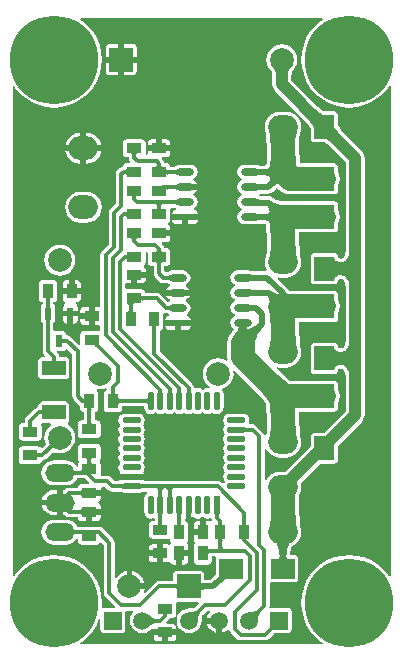
<source format=gbl>
G04 Layer_Physical_Order=2*
G04 Layer_Color=16711680*
%FSAX43Y43*%
%MOMM*%
G71*
G01*
G75*
%ADD10O,2.500X1.500*%
%ADD11O,2.500X2.000*%
%ADD12C,1.500*%
%ADD13R,1.500X1.500*%
%ADD14C,2.000*%
%ADD15R,2.000X2.000*%
%ADD16C,7.500*%
%ADD17R,2.000X1.250*%
%ADD18R,1.300X0.900*%
%ADD19R,0.900X1.300*%
%ADD20R,0.600X1.100*%
%ADD21R,1.680X2.000*%
%ADD22R,2.000X1.680*%
%ADD23R,0.500X1.600*%
%ADD24O,0.500X1.600*%
%ADD25O,1.600X0.500*%
%ADD26O,1.520X0.600*%
%ADD27R,1.520X0.600*%
%ADD28C,0.300*%
%ADD29C,1.000*%
%ADD30C,0.500*%
%ADD31C,2.000*%
G36*
X0007272Y0016250D02*
X0007246Y0016241D01*
X0007223Y0016226D01*
X0007204Y0016205D01*
X0007188Y0016178D01*
X0007174Y0016145D01*
X0007163Y0016106D01*
X0007156Y0016061D01*
X0007152Y0016010D01*
X0007151Y0016000D01*
X0007152Y0015989D01*
X0007156Y0015938D01*
X0007163Y0015892D01*
X0007174Y0015853D01*
X0007188Y0015819D01*
X0007204Y0015792D01*
X0007223Y0015771D01*
X0007246Y0015756D01*
X0007272Y0015747D01*
X0007300Y0015744D01*
X0006700D01*
X0006728Y0015747D01*
X0006754Y0015756D01*
X0006777Y0015771D01*
X0006796Y0015792D01*
X0006812Y0015819D01*
X0006826Y0015853D01*
X0006837Y0015892D01*
X0006844Y0015938D01*
X0006848Y0015989D01*
X0006849Y0016000D01*
X0006848Y0016010D01*
X0006844Y0016061D01*
X0006837Y0016106D01*
X0006826Y0016145D01*
X0006812Y0016178D01*
X0006796Y0016205D01*
X0006777Y0016226D01*
X0006754Y0016241D01*
X0006728Y0016250D01*
X0006700Y0016253D01*
X0007300D01*
X0007272Y0016250D01*
D02*
G37*
G36*
X0006353Y0014853D02*
X0006053Y0014850D01*
Y0015150D01*
X0006111Y0015151D01*
X0006162Y0015156D01*
X0006207Y0015163D01*
X0006247Y0015174D01*
X0006280Y0015188D01*
X0006307Y0015204D01*
X0006329Y0015224D01*
X0006344Y0015246D01*
X0006353Y0015271D01*
X0006356Y0015300D01*
X0006353Y0014853D01*
D02*
G37*
G36*
X0024033Y0022356D02*
X0022224Y0021047D01*
X0024576D01*
X0024542Y0020965D01*
X0024512Y0020851D01*
X0024486Y0020704D01*
X0024444Y0020314D01*
X0024416Y0019794D01*
X0024414Y0019709D01*
X0024512Y0018199D01*
X0024542Y0018085D01*
X0024576Y0018003D01*
X0022224D01*
X0022258Y0018085D01*
X0022288Y0018199D01*
X0022314Y0018346D01*
X0022356Y0018736D01*
X0022384Y0019256D01*
X0022386Y0019341D01*
X0022288Y0020851D01*
X0022258Y0020965D01*
X0022224Y0021047D01*
X0022198Y0021100D01*
X0022145Y0021178D01*
X0022065Y0021279D01*
X0021664Y0021729D01*
X0020752Y0022664D01*
X0022416Y0023828D01*
X0024033Y0022356D01*
D02*
G37*
G36*
X0007152Y0019389D02*
X0007156Y0019338D01*
X0007163Y0019292D01*
X0007174Y0019253D01*
X0007188Y0019219D01*
X0007204Y0019192D01*
X0007223Y0019171D01*
X0007246Y0019156D01*
X0007272Y0019147D01*
X0007300Y0019144D01*
X0006700D01*
X0006728Y0019147D01*
X0006754Y0019156D01*
X0006777Y0019171D01*
X0006796Y0019192D01*
X0006812Y0019219D01*
X0006826Y0019253D01*
X0006837Y0019292D01*
X0006844Y0019338D01*
X0006848Y0019389D01*
X0006850Y0019447D01*
X0007150D01*
X0007152Y0019389D01*
D02*
G37*
G36*
X0020123Y0018892D02*
X0020152Y0018878D01*
X0020184Y0018865D01*
X0020220Y0018855D01*
X0020258Y0018846D01*
X0020300Y0018838D01*
X0020392Y0018828D01*
X0020443Y0018826D01*
X0020497Y0018825D01*
Y0018525D01*
X0020443Y0018524D01*
X0020300Y0018512D01*
X0020258Y0018504D01*
X0020220Y0018495D01*
X0020184Y0018485D01*
X0020152Y0018472D01*
X0020123Y0018458D01*
X0020096Y0018442D01*
Y0018908D01*
X0020123Y0018892D01*
D02*
G37*
G36*
X0005687Y0015270D02*
X0005698Y0015245D01*
X0005716Y0015223D01*
X0005740Y0015203D01*
X0005772Y0015187D01*
X0005810Y0015174D01*
X0005856Y0015163D01*
X0005909Y0015156D01*
X0005968Y0015151D01*
X0006035Y0015150D01*
Y0014850D01*
X0005968Y0014849D01*
X0005856Y0014837D01*
X0005810Y0014826D01*
X0005772Y0014813D01*
X0005740Y0014797D01*
X0005716Y0014777D01*
X0005698Y0014755D01*
X0005687Y0014730D01*
X0005684Y0014701D01*
Y0015299D01*
X0005687Y0015270D01*
D02*
G37*
G36*
X0006356Y0013000D02*
X0006353Y0013028D01*
X0006344Y0013054D01*
X0006329Y0013076D01*
X0006308Y0013096D01*
X0006281Y0013113D01*
X0006247Y0013126D01*
X0006208Y0013137D01*
X0006162Y0013144D01*
X0006111Y0013149D01*
X0006053Y0013150D01*
Y0013450D01*
X0006111Y0013451D01*
X0006162Y0013456D01*
X0006208Y0013464D01*
X0006247Y0013474D01*
X0006281Y0013488D01*
X0006308Y0013504D01*
X0006329Y0013524D01*
X0006344Y0013546D01*
X0006353Y0013571D01*
X0006356Y0013600D01*
Y0013000D01*
D02*
G37*
G36*
X0013951Y0013243D02*
X0013963Y0013100D01*
X0013971Y0013058D01*
X0013980Y0013020D01*
X0013990Y0012984D01*
X0014003Y0012952D01*
X0014017Y0012923D01*
X0014033Y0012896D01*
X0013567D01*
X0013583Y0012923D01*
X0013597Y0012952D01*
X0013610Y0012984D01*
X0013620Y0013020D01*
X0013629Y0013058D01*
X0013637Y0013100D01*
X0013647Y0013192D01*
X0013649Y0013243D01*
X0013650Y0013297D01*
X0013950D01*
X0013951Y0013243D01*
D02*
G37*
G36*
X0009929Y0013642D02*
X0009902Y0013658D01*
X0009873Y0013672D01*
X0009841Y0013685D01*
X0009805Y0013695D01*
X0009767Y0013704D01*
X0009725Y0013712D01*
X0009633Y0013722D01*
X0009582Y0013724D01*
X0009528Y0013725D01*
Y0014025D01*
X0009582Y0014026D01*
X0009725Y0014038D01*
X0009767Y0014046D01*
X0009805Y0014055D01*
X0009841Y0014065D01*
X0009873Y0014078D01*
X0009902Y0014092D01*
X0009929Y0014108D01*
Y0013642D01*
D02*
G37*
G36*
X0014250Y0013725D02*
X0014193Y0013722D01*
X0014142Y0013713D01*
X0014097Y0013698D01*
X0014058Y0013677D01*
X0014025Y0013650D01*
X0013998Y0013617D01*
X0013977Y0013578D01*
X0013962Y0013533D01*
X0013953Y0013482D01*
X0013950Y0013425D01*
X0013650D01*
X0013647Y0013482D01*
X0013638Y0013533D01*
X0013623Y0013578D01*
X0013602Y0013617D01*
X0013575Y0013650D01*
X0013542Y0013677D01*
X0013503Y0013698D01*
X0013458Y0013713D01*
X0013407Y0013722D01*
X0013400Y0013722D01*
X0013393Y0013722D01*
X0013342Y0013713D01*
X0013297Y0013698D01*
X0013258Y0013677D01*
X0013225Y0013650D01*
X0013198Y0013617D01*
X0013177Y0013578D01*
X0013162Y0013533D01*
X0013153Y0013482D01*
X0013150Y0013425D01*
X0013150D01*
Y0013425D01*
X0012850D01*
X0012847Y0013482D01*
X0012838Y0013533D01*
X0012823Y0013578D01*
X0012802Y0013617D01*
X0012775Y0013650D01*
X0012742Y0013677D01*
X0012703Y0013698D01*
X0012658Y0013713D01*
X0012607Y0013722D01*
X0012550Y0013725D01*
X0012550Y0013725D01*
X0012550D01*
X0013000Y0014025D01*
X0013400Y0013758D01*
X0013800Y0014025D01*
X0014250Y0013725D01*
D02*
G37*
G36*
X0011248Y0014092D02*
X0011277Y0014078D01*
X0011309Y0014065D01*
X0011345Y0014055D01*
X0011383Y0014046D01*
X0011425Y0014038D01*
X0011517Y0014028D01*
X0011568Y0014026D01*
X0011622Y0014025D01*
Y0013725D01*
X0011568Y0013724D01*
X0011425Y0013712D01*
X0011383Y0013704D01*
X0011345Y0013695D01*
X0011309Y0013685D01*
X0011277Y0013672D01*
X0011248Y0013658D01*
X0011221Y0013642D01*
Y0014108D01*
X0011248Y0014092D01*
D02*
G37*
G36*
X0007272Y0020450D02*
X0007246Y0020441D01*
X0007223Y0020426D01*
X0007204Y0020405D01*
X0007188Y0020378D01*
X0007174Y0020345D01*
X0007163Y0020306D01*
X0007156Y0020261D01*
X0007152Y0020210D01*
X0007150Y0020153D01*
X0006850D01*
X0006848Y0020210D01*
X0006844Y0020261D01*
X0006837Y0020306D01*
X0006826Y0020345D01*
X0006812Y0020378D01*
X0006796Y0020405D01*
X0006777Y0020426D01*
X0006754Y0020441D01*
X0006728Y0020450D01*
X0006700Y0020453D01*
X0007300D01*
X0007272Y0020450D01*
D02*
G37*
G36*
X0010651Y0028889D02*
X0010656Y0028838D01*
X0010663Y0028792D01*
X0010674Y0028753D01*
X0010688Y0028719D01*
X0010704Y0028692D01*
X0010724Y0028671D01*
X0010746Y0028656D01*
X0010771Y0028647D01*
X0010800Y0028644D01*
X0010200D01*
X0010229Y0028647D01*
X0010254Y0028656D01*
X0010276Y0028671D01*
X0010296Y0028692D01*
X0010312Y0028719D01*
X0010326Y0028753D01*
X0010337Y0028792D01*
X0010344Y0028838D01*
X0010349Y0028889D01*
X0010350Y0028947D01*
X0010650D01*
X0010651Y0028889D01*
D02*
G37*
G36*
X0021777Y0027423D02*
X0021644Y0027283D01*
X0021524Y0027140D01*
X0021415Y0026994D01*
X0021319Y0026846D01*
X0021234Y0026694D01*
X0021162Y0026540D01*
X0021102Y0026383D01*
X0021054Y0026223D01*
X0021018Y0026060D01*
X0020994Y0025894D01*
X0020288Y0026600D01*
X0019200D01*
X0019305Y0026743D01*
X0019552Y0027133D01*
X0019613Y0027249D01*
X0019661Y0027356D01*
X0019660Y0027357D01*
X0019628Y0027393D01*
X0019590Y0027418D01*
X0019548Y0027434D01*
X0019500Y0027439D01*
X0019692D01*
X0019701Y0027461D01*
X0019728Y0027558D01*
X0019744Y0027647D01*
X0019750Y0027730D01*
X0020250D01*
X0020255Y0027647D01*
X0020272Y0027558D01*
X0020299Y0027461D01*
X0020308Y0027439D01*
X0020500D01*
X0020452Y0027434D01*
X0020410Y0027418D01*
X0020372Y0027393D01*
X0020340Y0027357D01*
X0020339Y0027356D01*
X0020387Y0027249D01*
X0020448Y0027133D01*
X0020451Y0027128D01*
X0020540Y0027162D01*
X0020694Y0027234D01*
X0020846Y0027319D01*
X0020994Y0027415D01*
X0021140Y0027524D01*
X0021283Y0027644D01*
X0021423Y0027777D01*
X0021777Y0027423D01*
D02*
G37*
G36*
X0020617Y0029258D02*
X0020633Y0029256D01*
X0020694Y0029253D01*
X0021100Y0029250D01*
Y0028750D01*
X0020610Y0028741D01*
Y0029259D01*
X0020617Y0029258D01*
D02*
G37*
G36*
X0022419Y0030393D02*
X0022493Y0030342D01*
X0022580Y0030294D01*
X0022680Y0030248D01*
X0022792Y0030206D01*
X0022916Y0030167D01*
X0023043Y0030136D01*
X0023103Y0030200D01*
X0023129Y0030215D01*
X0023145Y0030215D01*
X0023150Y0030200D01*
X0023650D01*
X0023655Y0030215D01*
X0023671Y0030215D01*
X0023697Y0030200D01*
X0023733Y0030171D01*
X0023779Y0030128D01*
X0023903Y0029997D01*
X0024167Y0029692D01*
X0023193D01*
X0022410Y0028909D01*
X0022383Y0029084D01*
X0022356Y0029206D01*
X0022289Y0029508D01*
X0022257Y0029487D01*
X0022287Y0029513D01*
X0022283Y0029534D01*
X0022244Y0029658D01*
X0022202Y0029770D01*
X0022156Y0029870D01*
X0022108Y0029957D01*
X0022057Y0030031D01*
X0022003Y0030093D01*
X0022357Y0030447D01*
X0022419Y0030393D01*
D02*
G37*
G36*
X0013867Y0028762D02*
X0013864Y0028779D01*
X0013853Y0028794D01*
X0013834Y0028807D01*
X0013809Y0028818D01*
X0013776Y0028828D01*
X0013735Y0028836D01*
X0013687Y0028842D01*
X0013570Y0028849D01*
X0013500Y0028850D01*
Y0029150D01*
X0013570Y0029151D01*
X0013735Y0029164D01*
X0013776Y0029172D01*
X0013809Y0029182D01*
X0013834Y0029193D01*
X0013853Y0029206D01*
X0013864Y0029221D01*
X0013867Y0029238D01*
Y0028762D01*
D02*
G37*
G36*
X0030000Y0024700D02*
X0029000Y0023200D01*
Y0023200D01*
X0029000Y0023200D01*
X0028991Y0023380D01*
X0028990Y0023390D01*
X0028960Y0023560D01*
X0028910Y0023710D01*
X0028840Y0023840D01*
X0028799Y0023889D01*
X0028750Y0023950D01*
X0028640Y0024040D01*
X0028510Y0024110D01*
X0028360Y0024160D01*
X0028309Y0024169D01*
X0028227Y0024155D01*
X0028097Y0024121D01*
X0027987Y0024076D01*
X0027897Y0024021D01*
X0027827Y0023957D01*
X0027777Y0023882D01*
X0027747Y0023798D01*
X0027737Y0023703D01*
Y0025697D01*
X0027747Y0025602D01*
X0027777Y0025518D01*
X0027827Y0025443D01*
X0027897Y0025379D01*
X0027987Y0025324D01*
X0028097Y0025279D01*
X0028227Y0025245D01*
X0028309Y0025231D01*
X0028360Y0025240D01*
X0028510Y0025290D01*
X0028640Y0025360D01*
X0028750Y0025450D01*
X0028840Y0025560D01*
X0028910Y0025690D01*
X0028960Y0025840D01*
X0028990Y0026010D01*
X0029000Y0026200D01*
X0029000Y0026200D01*
Y0026200D01*
X0030000Y0024700D01*
D02*
G37*
G36*
X0011951Y0020800D02*
X0011948Y0020829D01*
X0011939Y0020854D01*
X0011924Y0020876D01*
X0011903Y0020896D01*
X0011875Y0020913D01*
X0011842Y0020926D01*
X0011803Y0020937D01*
X0011757Y0020944D01*
X0011706Y0020948D01*
X0011648Y0020950D01*
Y0021250D01*
X0011706Y0021251D01*
X0011757Y0021256D01*
X0011803Y0021264D01*
X0011842Y0021274D01*
X0011875Y0021288D01*
X0011903Y0021304D01*
X0011924Y0021323D01*
X0011939Y0021346D01*
X0011948Y0021372D01*
X0011951Y0021400D01*
Y0020800D01*
D02*
G37*
G36*
X0009447Y0021372D02*
X0009456Y0021346D01*
X0009471Y0021323D01*
X0009492Y0021304D01*
X0009519Y0021288D01*
X0009553Y0021274D01*
X0009592Y0021264D01*
X0009638Y0021256D01*
X0009689Y0021251D01*
X0009747Y0021250D01*
Y0020950D01*
X0009689Y0020948D01*
X0009638Y0020944D01*
X0009592Y0020937D01*
X0009553Y0020926D01*
X0009519Y0020913D01*
X0009492Y0020896D01*
X0009471Y0020876D01*
X0009456Y0020854D01*
X0009447Y0020829D01*
X0009444Y0020800D01*
Y0021400D01*
X0009447Y0021372D01*
D02*
G37*
G36*
X0009151Y0021989D02*
X0009156Y0021938D01*
X0009163Y0021892D01*
X0009174Y0021853D01*
X0009188Y0021819D01*
X0009204Y0021792D01*
X0009224Y0021771D01*
X0009246Y0021756D01*
X0009271Y0021747D01*
X0009300Y0021744D01*
X0008700D01*
X0008729Y0021747D01*
X0008754Y0021756D01*
X0008776Y0021771D01*
X0008796Y0021792D01*
X0008812Y0021819D01*
X0008826Y0021853D01*
X0008837Y0021892D01*
X0008844Y0021938D01*
X0008849Y0021989D01*
X0008850Y0022047D01*
X0009150D01*
X0009151Y0021989D01*
D02*
G37*
G36*
X0007821Y0026063D02*
X0007805Y0026043D01*
X0007800Y0026016D01*
X0007806Y0025983D01*
X0007822Y0025943D01*
X0007848Y0025898D01*
X0007885Y0025846D01*
X0007933Y0025788D01*
X0008059Y0025653D01*
X0007647Y0025641D01*
X0007594Y0025692D01*
X0007496Y0025773D01*
X0007450Y0025804D01*
X0007407Y0025828D01*
X0007365Y0025846D01*
X0007326Y0025858D01*
X0007289Y0025863D01*
X0007255Y0025861D01*
X0007222Y0025853D01*
X0007847Y0026078D01*
X0007821Y0026063D01*
D02*
G37*
G36*
X0024542Y0028585D02*
X0024512Y0028471D01*
X0024486Y0028324D01*
X0024444Y0027934D01*
X0024416Y0027414D01*
X0024414Y0027329D01*
X0024512Y0025819D01*
X0024542Y0025705D01*
X0024576Y0025623D01*
X0022224D01*
X0022258Y0025705D01*
X0022288Y0025819D01*
X0022314Y0025966D01*
X0022356Y0026356D01*
X0022384Y0026876D01*
X0022386Y0026961D01*
X0022288Y0028471D01*
X0022258Y0028585D01*
X0022224Y0028667D01*
X0024576D01*
X0024542Y0028585D01*
D02*
G37*
G36*
X0013151Y0013243D02*
X0013163Y0013100D01*
X0013171Y0013058D01*
X0013180Y0013020D01*
X0013190Y0012984D01*
X0013203Y0012952D01*
X0013217Y0012923D01*
X0013233Y0012896D01*
X0012767D01*
X0012783Y0012923D01*
X0012797Y0012952D01*
X0012810Y0012984D01*
X0012820Y0013020D01*
X0012829Y0013058D01*
X0012837Y0013100D01*
X0012847Y0013192D01*
X0012849Y0013243D01*
X0012850Y0013297D01*
X0013150D01*
X0013151Y0013243D01*
D02*
G37*
G36*
X0015223Y0005223D02*
X0015213Y0005228D01*
X0015194Y0005233D01*
X0015165Y0005237D01*
X0015079Y0005243D01*
X0014700Y0005250D01*
Y0005550D01*
X0015223Y0005577D01*
Y0005223D01*
D02*
G37*
G36*
X0014406Y0005100D02*
X0014403Y0005128D01*
X0014394Y0005154D01*
X0014379Y0005176D01*
X0014358Y0005196D01*
X0014331Y0005213D01*
X0014297Y0005226D01*
X0014258Y0005236D01*
X0014212Y0005244D01*
X0014161Y0005248D01*
X0014103Y0005250D01*
Y0005550D01*
X0014161Y0005551D01*
X0014212Y0005556D01*
X0014258Y0005563D01*
X0014297Y0005574D01*
X0014331Y0005588D01*
X0014358Y0005604D01*
X0014379Y0005623D01*
X0014394Y0005646D01*
X0014403Y0005672D01*
X0014406Y0005700D01*
Y0005100D01*
D02*
G37*
G36*
X0018870Y0006063D02*
X0018824Y0006084D01*
X0018773Y0006093D01*
X0018716Y0006089D01*
X0018653Y0006072D01*
X0018585Y0006043D01*
X0018512Y0006002D01*
X0018433Y0005948D01*
X0018348Y0005881D01*
X0018259Y0005802D01*
X0018163Y0005710D01*
X0017650Y0005903D01*
X0017756Y0006013D01*
X0017921Y0006206D01*
X0017980Y0006290D01*
X0018023Y0006365D01*
X0018051Y0006432D01*
X0018063Y0006489D01*
X0018059Y0006538D01*
X0018039Y0006579D01*
X0018003Y0006610D01*
X0018870Y0006063D01*
D02*
G37*
G36*
X0024021Y0009188D02*
X0023943Y0009056D01*
X0023874Y0008897D01*
X0023815Y0008712D01*
X0023764Y0008499D01*
X0023723Y0008259D01*
X0023690Y0007916D01*
X0023690Y0007915D01*
X0023712Y0007859D01*
X0023740Y0007814D01*
X0023772Y0007779D01*
X0023810Y0007754D01*
X0023853Y0007739D01*
X0023900Y0007734D01*
X0023672D01*
X0023668Y0007699D01*
X0023655Y0007379D01*
X0023650Y0007032D01*
X0023150D01*
X0023145Y0007379D01*
X0023118Y0007734D01*
X0022900D01*
X0022948Y0007739D01*
X0022990Y0007754D01*
X0023028Y0007779D01*
X0023060Y0007814D01*
X0023087Y0007859D01*
X0023105Y0007902D01*
X0023077Y0008259D01*
X0023036Y0008499D01*
X0022985Y0008712D01*
X0022926Y0008897D01*
X0022857Y0009056D01*
X0022779Y0009188D01*
X0022692Y0009293D01*
X0024108D01*
X0024021Y0009188D01*
D02*
G37*
G36*
X0026761Y0053378D02*
X0026612Y0053287D01*
X0026127Y0052873D01*
X0025713Y0052388D01*
X0025380Y0051844D01*
X0025136Y0051255D01*
X0024987Y0050636D01*
X0024937Y0050000D01*
X0024987Y0049364D01*
X0025136Y0048745D01*
X0025380Y0048156D01*
X0025713Y0047612D01*
X0026127Y0047127D01*
X0026612Y0046713D01*
X0027156Y0046380D01*
X0027745Y0046136D01*
X0028364Y0045987D01*
X0029000Y0045937D01*
X0029636Y0045987D01*
X0030255Y0046136D01*
X0030844Y0046380D01*
X0031388Y0046713D01*
X0031873Y0047127D01*
X0032287Y0047612D01*
X0032378Y0047761D01*
X0032500Y0047726D01*
Y0006274D01*
X0032378Y0006239D01*
X0032287Y0006388D01*
X0031873Y0006873D01*
X0031388Y0007287D01*
X0030844Y0007620D01*
X0030255Y0007864D01*
X0029636Y0008013D01*
X0029000Y0008063D01*
X0028364Y0008013D01*
X0027745Y0007864D01*
X0027156Y0007620D01*
X0026612Y0007287D01*
X0026127Y0006873D01*
X0025713Y0006388D01*
X0025380Y0005844D01*
X0025136Y0005255D01*
X0024987Y0004636D01*
X0024937Y0004000D01*
X0024987Y0003364D01*
X0025136Y0002745D01*
X0025380Y0002156D01*
X0025713Y0001612D01*
X0026127Y0001127D01*
X0026612Y0000713D01*
X0026761Y0000622D01*
X0026726Y0000500D01*
X0006274D01*
X0006239Y0000622D01*
X0006388Y0000713D01*
X0006873Y0001127D01*
X0007287Y0001612D01*
X0007620Y0002156D01*
X0007817Y0002632D01*
X0007944Y0002607D01*
Y0001750D01*
X0007967Y0001633D01*
X0008034Y0001534D01*
X0008133Y0001467D01*
X0008250Y0001444D01*
X0009750D01*
X0009867Y0001467D01*
X0009966Y0001534D01*
X0010033Y0001633D01*
X0010056Y0001750D01*
Y0003250D01*
X0010131Y0003341D01*
X0010676D01*
X0010725Y0003214D01*
X0010583Y0003030D01*
X0010477Y0002774D01*
X0010441Y0002500D01*
X0010477Y0002226D01*
X0010583Y0001970D01*
X0010751Y0001751D01*
X0010970Y0001583D01*
X0011226Y0001477D01*
X0011500Y0001441D01*
X0011774Y0001477D01*
X0012030Y0001583D01*
X0012249Y0001751D01*
X0012261Y0001767D01*
X0012317Y0001820D01*
X0012444Y0001765D01*
Y0001750D01*
X0013400D01*
X0014356D01*
Y0001950D01*
X0014333Y0002067D01*
X0014266Y0002166D01*
X0014167Y0002233D01*
X0014050Y0002256D01*
X0013571D01*
X0013522Y0002373D01*
X0013724Y0002576D01*
X0013824Y0002724D01*
X0013828Y0002744D01*
X0014050D01*
X0014167Y0002767D01*
X0014266Y0002834D01*
X0014333Y0002933D01*
X0014356Y0003050D01*
Y0003950D01*
X0014351Y0003974D01*
X0014363Y0004003D01*
X0014456Y0004094D01*
X0016226D01*
X0016278Y0003967D01*
X0015956Y0003645D01*
X0015941Y0003635D01*
X0015914Y0003620D01*
X0015877Y0003606D01*
X0015832Y0003591D01*
X0015777Y0003579D01*
X0015717Y0003569D01*
X0015556Y0003557D01*
X0015483Y0003556D01*
X0015460Y0003559D01*
X0015186Y0003523D01*
X0014930Y0003417D01*
X0014711Y0003249D01*
X0014543Y0003030D01*
X0014437Y0002774D01*
X0014401Y0002500D01*
X0014437Y0002226D01*
X0014543Y0001970D01*
X0014711Y0001751D01*
X0014930Y0001583D01*
X0015186Y0001477D01*
X0015460Y0001441D01*
X0015734Y0001477D01*
X0015990Y0001583D01*
X0016209Y0001751D01*
X0016377Y0001970D01*
X0016483Y0002226D01*
X0016519Y0002500D01*
X0016516Y0002520D01*
X0016521Y0002684D01*
X0016529Y0002753D01*
X0016539Y0002817D01*
X0016551Y0002872D01*
X0016566Y0002917D01*
X0016580Y0002954D01*
X0016595Y0002981D01*
X0016605Y0002996D01*
X0016950Y0003341D01*
X0017176D01*
X0017225Y0003214D01*
X0017083Y0003030D01*
X0016977Y0002774D01*
X0016974Y0002750D01*
X0018000D01*
Y0002500D01*
X0018250D01*
Y0001474D01*
X0018274Y0001477D01*
X0018530Y0001583D01*
X0018725Y0001733D01*
X0018815Y0001716D01*
X0018863Y0001691D01*
X0018876Y0001624D01*
X0018976Y0001476D01*
X0019476Y0000976D01*
X0019624Y0000876D01*
X0019800Y0000841D01*
X0021880D01*
X0022056Y0000876D01*
X0022204Y0000976D01*
X0022604Y0001375D01*
X0022652Y0001420D01*
X0022683Y0001444D01*
X0023830D01*
X0023947Y0001467D01*
X0024046Y0001534D01*
X0024113Y0001633D01*
X0024136Y0001750D01*
Y0003250D01*
X0024113Y0003367D01*
X0024046Y0003466D01*
X0023947Y0003533D01*
X0023830Y0003556D01*
X0022346D01*
X0022314Y0003576D01*
X0022240Y0003668D01*
X0022259Y0003760D01*
Y0005653D01*
X0022386Y0005757D01*
X0022400Y0005754D01*
X0024400D01*
X0024517Y0005777D01*
X0024616Y0005844D01*
X0024683Y0005943D01*
X0024706Y0006060D01*
Y0007740D01*
X0024683Y0007857D01*
X0024616Y0007956D01*
X0024517Y0008023D01*
X0024400Y0008046D01*
X0024104D01*
X0024019Y0008140D01*
X0024027Y0008218D01*
X0024064Y0008438D01*
X0024110Y0008630D01*
X0024161Y0008790D01*
X0024169Y0008808D01*
X0024306Y0008864D01*
X0024577Y0009073D01*
X0024786Y0009344D01*
X0024917Y0009661D01*
X0024961Y0010000D01*
X0024917Y0010339D01*
X0024866Y0010461D01*
X0024859Y0010499D01*
X0024833Y0010562D01*
X0024816Y0010628D01*
X0024711Y0012239D01*
Y0013058D01*
X0024786Y0013154D01*
X0024917Y0013471D01*
X0024961Y0013810D01*
X0024917Y0014149D01*
X0024906Y0014175D01*
X0026525Y0015794D01*
X0027740D01*
X0027857Y0015817D01*
X0027956Y0015884D01*
X0028023Y0015983D01*
X0028046Y0016100D01*
Y0017315D01*
X0030071Y0019339D01*
X0030199Y0019507D01*
X0030279Y0019701D01*
X0030307Y0019910D01*
Y0024700D01*
Y0032300D01*
Y0041700D01*
X0030279Y0041909D01*
X0030199Y0042103D01*
X0030071Y0042271D01*
X0028623Y0043718D01*
X0028477Y0043869D01*
X0028323Y0044044D01*
X0028196Y0044202D01*
X0028099Y0044343D01*
X0028046Y0044436D01*
Y0045300D01*
X0028023Y0045417D01*
X0027956Y0045516D01*
X0027857Y0045583D01*
X0027740Y0045606D01*
X0026847D01*
X0026823Y0045619D01*
X0026681Y0045719D01*
X0026321Y0046025D01*
X0026162Y0046180D01*
X0024107Y0048234D01*
Y0048555D01*
X0024113Y0048720D01*
X0024121Y0048794D01*
X0024132Y0048862D01*
X0024146Y0048921D01*
X0024161Y0048969D01*
X0024176Y0049007D01*
X0024191Y0049036D01*
X0024204Y0049055D01*
X0024204Y0049055D01*
X0024227Y0049073D01*
X0024436Y0049344D01*
X0024567Y0049661D01*
X0024611Y0050000D01*
X0024567Y0050339D01*
X0024436Y0050656D01*
X0024227Y0050927D01*
X0023956Y0051136D01*
X0023639Y0051267D01*
X0023300Y0051311D01*
X0022961Y0051267D01*
X0022644Y0051136D01*
X0022373Y0050927D01*
X0022164Y0050656D01*
X0022033Y0050339D01*
X0021989Y0050000D01*
X0022033Y0049661D01*
X0022164Y0049344D01*
X0022373Y0049073D01*
X0022396Y0049055D01*
X0022396Y0049055D01*
X0022409Y0049035D01*
X0022424Y0049007D01*
X0022439Y0048969D01*
X0022454Y0048921D01*
X0022468Y0048862D01*
X0022478Y0048798D01*
X0022492Y0048626D01*
X0022493Y0048586D01*
Y0047900D01*
X0022521Y0047691D01*
X0022601Y0047497D01*
X0022729Y0047329D01*
X0025177Y0044882D01*
X0025323Y0044731D01*
X0025477Y0044556D01*
X0025604Y0044398D01*
X0025701Y0044257D01*
X0025754Y0044164D01*
Y0043300D01*
X0025777Y0043183D01*
X0025844Y0043084D01*
X0025943Y0043017D01*
X0026060Y0042994D01*
X0026953D01*
X0026977Y0042981D01*
X0027119Y0042881D01*
X0027479Y0042575D01*
X0027639Y0042420D01*
X0028693Y0041366D01*
Y0033789D01*
X0028686Y0033645D01*
X0028663Y0033515D01*
X0028628Y0033412D01*
X0028585Y0033331D01*
X0028533Y0033267D01*
X0028469Y0033215D01*
X0028388Y0033172D01*
X0028300Y0033143D01*
X0028291Y0033144D01*
X0028194Y0033170D01*
X0028125Y0033198D01*
X0028082Y0033224D01*
X0028061Y0033244D01*
X0028052Y0033256D01*
X0028047Y0033271D01*
X0028046Y0033282D01*
Y0033300D01*
X0028042Y0033321D01*
X0028041Y0033329D01*
X0028039Y0033336D01*
X0028023Y0033417D01*
X0028005Y0033443D01*
X0028005Y0033443D01*
X0028005Y0033443D01*
X0027956Y0033516D01*
X0027929Y0033534D01*
X0027929Y0033535D01*
X0027929Y0033535D01*
X0027857Y0033583D01*
X0027826Y0033589D01*
X0027823Y0033590D01*
X0027816Y0033591D01*
X0027740Y0033606D01*
X0026060D01*
X0025943Y0033583D01*
X0025844Y0033516D01*
X0025777Y0033417D01*
X0025754Y0033300D01*
Y0031300D01*
X0025777Y0031183D01*
X0025844Y0031084D01*
X0025943Y0031017D01*
X0026060Y0030994D01*
X0027740D01*
X0027816Y0031009D01*
X0027823Y0031010D01*
X0027826Y0031011D01*
X0027857Y0031017D01*
X0027929Y0031065D01*
X0027929Y0031065D01*
X0027929Y0031066D01*
X0027956Y0031084D01*
X0028005Y0031157D01*
X0028005Y0031157D01*
X0028005Y0031157D01*
X0028023Y0031183D01*
X0028039Y0031264D01*
X0028041Y0031271D01*
X0028042Y0031279D01*
X0028046Y0031300D01*
Y0031318D01*
X0028047Y0031329D01*
X0028052Y0031344D01*
X0028061Y0031356D01*
X0028082Y0031376D01*
X0028125Y0031402D01*
X0028194Y0031430D01*
X0028291Y0031456D01*
X0028300Y0031457D01*
X0028388Y0031428D01*
X0028469Y0031385D01*
X0028533Y0031333D01*
X0028585Y0031269D01*
X0028628Y0031188D01*
X0028663Y0031085D01*
X0028686Y0030955D01*
X0028693Y0030811D01*
Y0026189D01*
X0028686Y0026045D01*
X0028663Y0025915D01*
X0028628Y0025812D01*
X0028585Y0025731D01*
X0028533Y0025667D01*
X0028469Y0025615D01*
X0028388Y0025572D01*
X0028300Y0025543D01*
X0028291Y0025544D01*
X0028194Y0025570D01*
X0028125Y0025598D01*
X0028082Y0025624D01*
X0028061Y0025644D01*
X0028052Y0025656D01*
X0028047Y0025671D01*
X0028046Y0025682D01*
Y0025700D01*
X0028042Y0025721D01*
X0028041Y0025729D01*
X0028039Y0025736D01*
X0028023Y0025817D01*
X0028005Y0025843D01*
X0028005Y0025843D01*
X0028005Y0025843D01*
X0027956Y0025916D01*
X0027929Y0025934D01*
X0027929Y0025935D01*
X0027929Y0025935D01*
X0027857Y0025983D01*
X0027826Y0025989D01*
X0027823Y0025990D01*
X0027816Y0025991D01*
X0027740Y0026006D01*
X0026060D01*
X0025943Y0025983D01*
X0025844Y0025916D01*
X0025777Y0025817D01*
X0025754Y0025700D01*
Y0023700D01*
X0025777Y0023583D01*
X0025844Y0023484D01*
X0025943Y0023417D01*
X0026060Y0023394D01*
X0027740D01*
X0027816Y0023409D01*
X0027823Y0023410D01*
X0027826Y0023411D01*
X0027857Y0023417D01*
X0027929Y0023465D01*
X0027929Y0023465D01*
X0027929Y0023466D01*
X0027956Y0023484D01*
X0028005Y0023557D01*
X0028005Y0023557D01*
X0028005Y0023557D01*
X0028023Y0023583D01*
X0028039Y0023664D01*
X0028041Y0023671D01*
X0028042Y0023679D01*
X0028046Y0023700D01*
Y0023718D01*
X0028047Y0023729D01*
X0028052Y0023744D01*
X0028061Y0023756D01*
X0028082Y0023776D01*
X0028125Y0023802D01*
X0028194Y0023830D01*
X0028291Y0023856D01*
X0028300Y0023857D01*
X0028388Y0023828D01*
X0028469Y0023785D01*
X0028533Y0023733D01*
X0028585Y0023669D01*
X0028628Y0023588D01*
X0028663Y0023485D01*
X0028686Y0023355D01*
X0028693Y0023211D01*
Y0020244D01*
X0026855Y0018406D01*
X0026060D01*
X0025943Y0018383D01*
X0025844Y0018316D01*
X0025777Y0018217D01*
X0025754Y0018100D01*
Y0017305D01*
X0023570Y0015121D01*
X0023150D01*
X0022811Y0015077D01*
X0022494Y0014946D01*
X0022223Y0014737D01*
X0022014Y0014466D01*
X0021986Y0014396D01*
X0021859Y0014422D01*
Y0017008D01*
X0021986Y0017034D01*
X0022014Y0016964D01*
X0022223Y0016693D01*
X0022494Y0016484D01*
X0022811Y0016353D01*
X0023150Y0016309D01*
X0023650D01*
X0023989Y0016353D01*
X0024306Y0016484D01*
X0024577Y0016693D01*
X0024786Y0016964D01*
X0024917Y0017281D01*
X0024961Y0017620D01*
X0024917Y0017959D01*
X0024866Y0018081D01*
X0024859Y0018119D01*
X0024833Y0018182D01*
X0024816Y0018248D01*
X0024721Y0019716D01*
X0024722Y0019784D01*
X0024743Y0020189D01*
X0026900D01*
X0026941Y0020194D01*
X0027740D01*
X0027857Y0020217D01*
X0027956Y0020284D01*
X0028023Y0020383D01*
X0028046Y0020500D01*
Y0020869D01*
X0028167Y0021161D01*
X0028211Y0021500D01*
X0028167Y0021839D01*
X0028046Y0022131D01*
Y0022500D01*
X0028023Y0022617D01*
X0027956Y0022716D01*
X0027857Y0022783D01*
X0027740Y0022806D01*
X0026941D01*
X0026900Y0022811D01*
X0023987D01*
X0022858Y0023839D01*
X0022914Y0023960D01*
X0023150Y0023929D01*
X0023650D01*
X0023989Y0023973D01*
X0024306Y0024104D01*
X0024577Y0024313D01*
X0024786Y0024584D01*
X0024917Y0024901D01*
X0024961Y0025240D01*
X0024917Y0025579D01*
X0024866Y0025701D01*
X0024859Y0025739D01*
X0024833Y0025802D01*
X0024816Y0025868D01*
X0024721Y0027336D01*
X0024722Y0027404D01*
X0024742Y0027789D01*
X0026900D01*
X0026941Y0027794D01*
X0027740D01*
X0027857Y0027817D01*
X0027956Y0027884D01*
X0028023Y0027983D01*
X0028046Y0028100D01*
Y0028469D01*
X0028167Y0028761D01*
X0028211Y0029100D01*
X0028167Y0029439D01*
X0028046Y0029731D01*
Y0030100D01*
X0028023Y0030217D01*
X0027956Y0030316D01*
X0027857Y0030383D01*
X0027740Y0030406D01*
X0026941D01*
X0026900Y0030411D01*
X0023922D01*
X0023918Y0030415D01*
X0023797Y0030597D01*
X0022945Y0031448D01*
X0023005Y0031568D01*
X0023150Y0031549D01*
X0023650D01*
X0023989Y0031593D01*
X0024306Y0031724D01*
X0024577Y0031933D01*
X0024786Y0032204D01*
X0024917Y0032521D01*
X0024961Y0032860D01*
X0024917Y0033199D01*
X0024866Y0033321D01*
X0024859Y0033359D01*
X0024833Y0033422D01*
X0024816Y0033488D01*
X0024721Y0034956D01*
X0024722Y0035024D01*
X0024741Y0035389D01*
X0026900D01*
X0026941Y0035394D01*
X0027740D01*
X0027857Y0035417D01*
X0027956Y0035484D01*
X0028023Y0035583D01*
X0028046Y0035700D01*
Y0036069D01*
X0028167Y0036361D01*
X0028211Y0036700D01*
X0028167Y0037039D01*
X0028046Y0037331D01*
Y0037700D01*
X0028023Y0037817D01*
X0027956Y0037916D01*
X0027857Y0037983D01*
X0027740Y0038006D01*
X0026941D01*
X0026900Y0038011D01*
X0023430D01*
X0023353Y0038001D01*
X0023268Y0038017D01*
X0022998Y0038083D01*
X0022890Y0038117D01*
X0022795Y0038154D01*
X0022714Y0038191D01*
X0022649Y0038228D01*
X0022605Y0038258D01*
X0022567Y0038297D01*
X0022385Y0038418D01*
X0022170Y0038461D01*
X0021488D01*
X0021402Y0038466D01*
X0021366Y0038501D01*
X0021414Y0038631D01*
X0021557Y0038639D01*
X0022120D01*
X0022335Y0038682D01*
X0022517Y0038803D01*
X0022780Y0039067D01*
X0022820Y0039102D01*
X0022879Y0039147D01*
X0023053Y0038973D01*
X0023053Y0038973D01*
X0023324Y0038764D01*
X0023641Y0038633D01*
X0023980Y0038589D01*
X0026900D01*
X0026941Y0038594D01*
X0027740D01*
X0027857Y0038617D01*
X0027956Y0038684D01*
X0028023Y0038783D01*
X0028046Y0038900D01*
Y0039269D01*
X0028167Y0039561D01*
X0028211Y0039900D01*
X0028167Y0040239D01*
X0028046Y0040531D01*
Y0040900D01*
X0028023Y0041017D01*
X0027956Y0041116D01*
X0027857Y0041183D01*
X0027740Y0041206D01*
X0026941D01*
X0026900Y0041211D01*
X0024809D01*
X0024721Y0042576D01*
X0024722Y0042644D01*
X0024749Y0043149D01*
X0024789Y0043521D01*
X0024811Y0043645D01*
X0024833Y0043728D01*
X0024859Y0043791D01*
X0024866Y0043829D01*
X0024917Y0043951D01*
X0024961Y0044290D01*
X0024917Y0044629D01*
X0024786Y0044946D01*
X0024577Y0045217D01*
X0024306Y0045426D01*
X0023989Y0045557D01*
X0023650Y0045601D01*
X0023486D01*
X0023410Y0045611D01*
X0023334Y0045601D01*
X0023150D01*
X0022811Y0045557D01*
X0022494Y0045426D01*
X0022223Y0045217D01*
X0022014Y0044946D01*
X0021883Y0044629D01*
X0021839Y0044290D01*
X0021883Y0043951D01*
X0021934Y0043829D01*
X0021941Y0043791D01*
X0021967Y0043728D01*
X0021984Y0043662D01*
X0022080Y0042194D01*
X0022078Y0042126D01*
X0022051Y0041621D01*
X0022011Y0041250D01*
X0021989Y0041125D01*
X0021969Y0041051D01*
X0021941Y0041045D01*
X0021804Y0041031D01*
X0021463D01*
X0021351Y0041035D01*
X0021267Y0041043D01*
X0021247Y0041046D01*
X0021240Y0041047D01*
X0021232Y0041050D01*
X0021199Y0041054D01*
X0021060Y0041082D01*
X0020140D01*
X0019906Y0041035D01*
X0019707Y0040903D01*
X0019575Y0040704D01*
X0019528Y0040470D01*
X0019575Y0040236D01*
X0019707Y0040037D01*
X0019906Y0039905D01*
X0019931Y0039900D01*
Y0039770D01*
X0019906Y0039765D01*
X0019707Y0039633D01*
X0019575Y0039434D01*
X0019528Y0039200D01*
X0019575Y0038966D01*
X0019707Y0038767D01*
X0019906Y0038635D01*
X0019931Y0038630D01*
Y0038500D01*
X0019906Y0038495D01*
X0019707Y0038363D01*
X0019575Y0038164D01*
X0019528Y0037930D01*
X0019575Y0037696D01*
X0019707Y0037497D01*
X0019906Y0037365D01*
X0019931Y0037360D01*
Y0037230D01*
X0019906Y0037225D01*
X0019707Y0037093D01*
X0019575Y0036894D01*
X0019528Y0036660D01*
X0019575Y0036426D01*
X0019707Y0036227D01*
X0019906Y0036095D01*
X0020140Y0036048D01*
X0021060D01*
X0021199Y0036076D01*
X0021232Y0036080D01*
X0021236Y0036081D01*
X0021557Y0036099D01*
X0021824D01*
X0021873Y0036096D01*
X0021942Y0036086D01*
X0021975Y0036079D01*
X0021984Y0036042D01*
X0022080Y0034574D01*
X0022078Y0034506D01*
X0022051Y0034001D01*
X0022011Y0033630D01*
X0021989Y0033505D01*
X0021967Y0033422D01*
X0021941Y0033359D01*
X0021934Y0033321D01*
X0021883Y0033199D01*
X0021839Y0032860D01*
X0021883Y0032521D01*
X0022005Y0032228D01*
X0021973Y0032151D01*
X0021934Y0032101D01*
X0020863D01*
X0020751Y0032105D01*
X0020667Y0032113D01*
X0020647Y0032116D01*
X0020640Y0032117D01*
X0020632Y0032120D01*
X0020599Y0032124D01*
X0020460Y0032152D01*
X0019540D01*
X0019306Y0032105D01*
X0019107Y0031973D01*
X0018975Y0031774D01*
X0018928Y0031540D01*
X0018975Y0031306D01*
X0019107Y0031107D01*
X0019306Y0030975D01*
X0019331Y0030970D01*
Y0030840D01*
X0019306Y0030835D01*
X0019107Y0030703D01*
X0018975Y0030504D01*
X0018928Y0030270D01*
X0018975Y0030036D01*
X0019107Y0029837D01*
X0019306Y0029705D01*
X0019331Y0029700D01*
Y0029570D01*
X0019306Y0029565D01*
X0019107Y0029433D01*
X0018975Y0029234D01*
X0018928Y0029000D01*
X0018975Y0028766D01*
X0019107Y0028567D01*
X0019306Y0028435D01*
X0019331Y0028430D01*
Y0028300D01*
X0019306Y0028295D01*
X0019107Y0028163D01*
X0018975Y0027964D01*
X0018928Y0027730D01*
X0018975Y0027496D01*
X0019107Y0027297D01*
X0019239Y0027210D01*
X0019052Y0026916D01*
X0018953Y0026781D01*
X0018942Y0026757D01*
X0018864Y0026656D01*
X0018733Y0026339D01*
X0018689Y0026000D01*
Y0024830D01*
X0018689Y0024830D01*
X0018723Y0024567D01*
X0018604Y0024498D01*
X0018556Y0024536D01*
X0018239Y0024667D01*
X0017900Y0024711D01*
X0017561Y0024667D01*
X0017244Y0024536D01*
X0016973Y0024327D01*
X0016764Y0024056D01*
X0016633Y0023739D01*
X0016589Y0023400D01*
X0016633Y0023061D01*
X0016764Y0022744D01*
X0016973Y0022473D01*
X0017197Y0022301D01*
X0017143Y0022182D01*
X0017000Y0022211D01*
X0016785Y0022168D01*
X0016704Y0022114D01*
X0016600Y0022049D01*
X0016496Y0022114D01*
X0016415Y0022168D01*
X0016200Y0022211D01*
X0015985Y0022168D01*
X0015967Y0022156D01*
X0015855Y0022233D01*
X0015824Y0022388D01*
X0015724Y0022537D01*
X0012959Y0025302D01*
Y0027046D01*
X0013067Y0027067D01*
X0013166Y0027134D01*
X0013233Y0027233D01*
X0013256Y0027350D01*
Y0028481D01*
X0013383Y0028564D01*
X0013500Y0028541D01*
X0013599D01*
X0013651Y0028538D01*
X0013764Y0028463D01*
X0013745Y0028364D01*
X0013729Y0028334D01*
X0013623Y0028313D01*
X0013524Y0028246D01*
X0013457Y0028147D01*
X0013434Y0028030D01*
Y0027980D01*
X0015566D01*
Y0028030D01*
X0015543Y0028147D01*
X0015476Y0028246D01*
X0015377Y0028313D01*
X0015271Y0028334D01*
X0015255Y0028364D01*
X0015236Y0028463D01*
X0015393Y0028567D01*
X0015525Y0028766D01*
X0015572Y0029000D01*
X0015525Y0029234D01*
X0015393Y0029433D01*
X0015194Y0029565D01*
X0015169Y0029570D01*
Y0029700D01*
X0015194Y0029705D01*
X0015393Y0029837D01*
X0015515Y0030020D01*
X0013485D01*
X0013607Y0029837D01*
X0013806Y0029705D01*
X0013831Y0029700D01*
Y0029570D01*
X0013806Y0029565D01*
X0013673Y0029476D01*
X0013024Y0030124D01*
X0012876Y0030224D01*
X0012700Y0030259D01*
X0011754D01*
X0011733Y0030367D01*
X0011666Y0030466D01*
X0011567Y0030533D01*
X0011450Y0030556D01*
X0010150D01*
X0010059Y0030631D01*
Y0030969D01*
X0010150Y0031044D01*
X0010550D01*
Y0031800D01*
X0010800D01*
Y0032050D01*
X0011756D01*
Y0032250D01*
X0011733Y0032367D01*
X0011666Y0032466D01*
X0011655Y0032474D01*
Y0032626D01*
X0011666Y0032634D01*
X0011733Y0032733D01*
X0011756Y0032850D01*
Y0033750D01*
X0011769Y0033766D01*
X0011824D01*
X0011944Y0033645D01*
Y0032850D01*
X0011967Y0032733D01*
X0012034Y0032634D01*
X0012133Y0032567D01*
X0012250Y0032544D01*
X0012441D01*
Y0031900D01*
X0012476Y0031724D01*
X0012576Y0031576D01*
X0012936Y0031216D01*
X0013084Y0031116D01*
X0013260Y0031081D01*
X0013548D01*
X0013558Y0031081D01*
X0013586Y0031077D01*
X0013613Y0031073D01*
X0013637Y0031067D01*
X0013657Y0031061D01*
X0013673Y0031055D01*
X0013686Y0031049D01*
X0013696Y0031043D01*
X0013715Y0031030D01*
X0013740Y0031019D01*
X0013806Y0030975D01*
X0013831Y0030970D01*
Y0030840D01*
X0013806Y0030835D01*
X0013607Y0030703D01*
X0013485Y0030520D01*
X0015515D01*
X0015393Y0030703D01*
X0015194Y0030835D01*
X0015169Y0030840D01*
Y0030970D01*
X0015194Y0030975D01*
X0015393Y0031107D01*
X0015525Y0031306D01*
X0015572Y0031540D01*
X0015525Y0031774D01*
X0015393Y0031973D01*
X0015194Y0032105D01*
X0014960Y0032152D01*
X0014040D01*
X0013806Y0032105D01*
X0013740Y0032061D01*
X0013715Y0032050D01*
X0013696Y0032037D01*
X0013686Y0032031D01*
X0013673Y0032025D01*
X0013657Y0032019D01*
X0013637Y0032013D01*
X0013613Y0032007D01*
X0013590Y0032003D01*
X0013542Y0031999D01*
X0013450D01*
X0013359Y0032090D01*
Y0032544D01*
X0013550D01*
X0013667Y0032567D01*
X0013766Y0032634D01*
X0013833Y0032733D01*
X0013856Y0032850D01*
Y0033750D01*
X0013833Y0033867D01*
X0013766Y0033966D01*
X0013667Y0034033D01*
X0013550Y0034056D01*
X0013348D01*
X0013324Y0034176D01*
X0013224Y0034324D01*
X0013122Y0034427D01*
X0013171Y0034544D01*
X0013550D01*
X0013667Y0034567D01*
X0013766Y0034634D01*
X0013833Y0034733D01*
X0013856Y0034850D01*
Y0035050D01*
X0012900D01*
Y0035550D01*
X0013856D01*
Y0035750D01*
X0013833Y0035867D01*
X0013766Y0035966D01*
X0013667Y0036033D01*
X0013654Y0036035D01*
Y0036165D01*
X0013667Y0036167D01*
X0013766Y0036234D01*
X0013833Y0036333D01*
X0013856Y0036450D01*
Y0037350D01*
X0013961Y0037471D01*
X0014148D01*
X0014158Y0037471D01*
X0014186Y0037468D01*
X0014213Y0037463D01*
X0014237Y0037457D01*
X0014257Y0037451D01*
X0014273Y0037445D01*
X0014286Y0037439D01*
X0014296Y0037433D01*
X0014315Y0037420D01*
X0014329Y0037414D01*
X0014344Y0037292D01*
X0014329Y0037264D01*
X0014223Y0037243D01*
X0014124Y0037176D01*
X0014057Y0037077D01*
X0014034Y0036960D01*
Y0036910D01*
X0016166D01*
Y0036960D01*
X0016143Y0037077D01*
X0016076Y0037176D01*
X0015977Y0037243D01*
X0015871Y0037264D01*
X0015855Y0037294D01*
X0015836Y0037393D01*
X0015993Y0037497D01*
X0016125Y0037696D01*
X0016172Y0037930D01*
X0016125Y0038164D01*
X0015993Y0038363D01*
X0015794Y0038495D01*
X0015769Y0038500D01*
Y0038630D01*
X0015794Y0038635D01*
X0015993Y0038767D01*
X0016115Y0038950D01*
X0015100D01*
Y0039450D01*
X0016115D01*
X0015993Y0039633D01*
X0015794Y0039765D01*
X0015769Y0039770D01*
Y0039900D01*
X0015794Y0039905D01*
X0015993Y0040037D01*
X0016125Y0040236D01*
X0016172Y0040470D01*
X0016125Y0040704D01*
X0015993Y0040903D01*
X0015794Y0041035D01*
X0015560Y0041082D01*
X0014640D01*
X0014406Y0041035D01*
X0014340Y0040991D01*
X0014315Y0040980D01*
X0014296Y0040967D01*
X0014286Y0040961D01*
X0014273Y0040955D01*
X0014257Y0040949D01*
X0014237Y0040943D01*
X0014213Y0040937D01*
X0014190Y0040933D01*
X0014142Y0040929D01*
X0013856D01*
Y0040950D01*
X0013833Y0041067D01*
X0013766Y0041166D01*
X0013667Y0041233D01*
X0013550Y0041256D01*
X0013348D01*
X0013324Y0041376D01*
X0013224Y0041524D01*
X0013132Y0041617D01*
X0013184Y0041744D01*
X0013550D01*
X0013667Y0041767D01*
X0013766Y0041834D01*
X0013833Y0041933D01*
X0013856Y0042050D01*
Y0042250D01*
X0012900D01*
X0011944D01*
Y0042050D01*
X0011850Y0041938D01*
X0011758Y0042047D01*
X0011756Y0042056D01*
Y0042950D01*
X0011733Y0043067D01*
X0011666Y0043166D01*
X0011567Y0043233D01*
X0011450Y0043256D01*
X0010150D01*
X0010033Y0043233D01*
X0009934Y0043166D01*
X0009867Y0043067D01*
X0009844Y0042950D01*
Y0042050D01*
X0009867Y0041933D01*
X0009934Y0041834D01*
X0010033Y0041767D01*
X0010150Y0041744D01*
X0010341D01*
Y0041700D01*
X0010376Y0041524D01*
X0010471Y0041383D01*
X0010459Y0041327D01*
X0010429Y0041256D01*
X0010150D01*
X0010033Y0041233D01*
X0009934Y0041166D01*
X0009867Y0041067D01*
X0009844Y0040950D01*
Y0040948D01*
X0009724Y0040924D01*
X0009576Y0040824D01*
X0009376Y0040624D01*
X0009276Y0040476D01*
X0009241Y0040300D01*
Y0037790D01*
X0008776Y0037324D01*
X0008676Y0037176D01*
X0008641Y0037000D01*
Y0034339D01*
X0008076Y0033773D01*
X0007976Y0033624D01*
X0007941Y0033449D01*
Y0029131D01*
X0007850Y0029056D01*
X0007450D01*
Y0028300D01*
Y0027544D01*
X0007850D01*
X0007941Y0027469D01*
Y0027131D01*
X0007850Y0027056D01*
X0006550D01*
X0006433Y0027033D01*
X0006334Y0026966D01*
X0006267Y0026867D01*
X0006244Y0026750D01*
Y0025884D01*
X0006159Y0025835D01*
X0006120Y0025829D01*
X0005424Y0026524D01*
X0005276Y0026624D01*
X0005100Y0026659D01*
X0005056D01*
Y0026750D01*
X0005033Y0026867D01*
X0004966Y0026966D01*
X0004867Y0027033D01*
X0004750Y0027056D01*
X0004150D01*
X0004086Y0027043D01*
X0003959Y0027124D01*
Y0027695D01*
X0004016Y0027734D01*
X0004083Y0027833D01*
X0004106Y0027950D01*
Y0029050D01*
X0004083Y0029167D01*
X0004016Y0029266D01*
X0003959Y0029305D01*
Y0029446D01*
X0004067Y0029467D01*
X0004166Y0029534D01*
X0004233Y0029633D01*
X0004256Y0029750D01*
Y0031050D01*
X0004233Y0031167D01*
X0004166Y0031266D01*
X0004067Y0031333D01*
X0003950Y0031356D01*
X0003050D01*
X0002933Y0031333D01*
X0002834Y0031266D01*
X0002767Y0031167D01*
X0002744Y0031050D01*
Y0029750D01*
X0002767Y0029633D01*
X0002834Y0029534D01*
X0002933Y0029467D01*
X0003041Y0029446D01*
Y0029305D01*
X0002984Y0029266D01*
X0002917Y0029167D01*
X0002894Y0029050D01*
Y0027950D01*
X0002917Y0027833D01*
X0002984Y0027734D01*
X0003041Y0027695D01*
Y0025300D01*
X0003076Y0025124D01*
X0003176Y0024976D01*
X0003228Y0024923D01*
X0003179Y0024806D01*
X0003000D01*
X0002883Y0024783D01*
X0002784Y0024716D01*
X0002717Y0024617D01*
X0002694Y0024500D01*
Y0023250D01*
X0002717Y0023133D01*
X0002784Y0023034D01*
X0002883Y0022967D01*
X0003000Y0022944D01*
X0005000D01*
X0005117Y0022967D01*
X0005216Y0023034D01*
X0005283Y0023133D01*
X0005306Y0023250D01*
Y0024500D01*
X0005283Y0024617D01*
X0005216Y0024716D01*
X0005117Y0024783D01*
X0005000Y0024806D01*
X0004458D01*
X0004424Y0024976D01*
X0004324Y0025124D01*
X0004232Y0025217D01*
X0004284Y0025344D01*
X0004750D01*
X0004867Y0025367D01*
X0004966Y0025434D01*
X0004995Y0025477D01*
X0005147Y0025505D01*
X0005541Y0025110D01*
Y0021500D01*
X0005576Y0021324D01*
X0005676Y0021176D01*
X0006076Y0020776D01*
X0006224Y0020676D01*
X0006244Y0020672D01*
Y0020450D01*
X0006267Y0020333D01*
X0006334Y0020234D01*
X0006433Y0020167D01*
X0006541Y0020146D01*
Y0019456D01*
X0006350D01*
X0006233Y0019433D01*
X0006134Y0019366D01*
X0006067Y0019267D01*
X0006044Y0019150D01*
Y0018250D01*
X0006067Y0018133D01*
X0006134Y0018034D01*
X0006233Y0017967D01*
X0006350Y0017944D01*
X0007650D01*
X0007767Y0017967D01*
X0007866Y0018034D01*
X0007933Y0018133D01*
X0007956Y0018250D01*
Y0019150D01*
X0007933Y0019267D01*
X0007866Y0019366D01*
X0007767Y0019433D01*
X0007650Y0019456D01*
X0007459D01*
Y0020146D01*
X0007567Y0020167D01*
X0007666Y0020234D01*
X0007733Y0020333D01*
X0007756Y0020450D01*
Y0021750D01*
X0007733Y0021867D01*
X0007666Y0021966D01*
X0007619Y0021998D01*
X0007665Y0022120D01*
X0007900Y0022089D01*
X0008239Y0022133D01*
X0008369Y0022187D01*
X0008480Y0022096D01*
X0008469Y0022040D01*
X0008433Y0022033D01*
X0008334Y0021966D01*
X0008267Y0021867D01*
X0008244Y0021750D01*
Y0020450D01*
X0008267Y0020333D01*
X0008334Y0020234D01*
X0008433Y0020167D01*
X0008550Y0020144D01*
X0009450D01*
X0009567Y0020167D01*
X0009666Y0020234D01*
X0009733Y0020333D01*
X0009756Y0020450D01*
Y0020641D01*
X0011639D01*
Y0020550D01*
X0011682Y0020335D01*
X0011803Y0020153D01*
X0011985Y0020032D01*
X0012200Y0019989D01*
X0012415Y0020032D01*
X0012496Y0020086D01*
X0012600Y0020151D01*
X0012704Y0020086D01*
X0012785Y0020032D01*
X0013000Y0019989D01*
X0013215Y0020032D01*
X0013296Y0020086D01*
X0013400Y0020151D01*
X0013504Y0020086D01*
X0013585Y0020032D01*
X0013800Y0019989D01*
X0014015Y0020032D01*
X0014096Y0020086D01*
X0014200Y0020151D01*
X0014304Y0020086D01*
X0014385Y0020032D01*
X0014600Y0019989D01*
X0014815Y0020032D01*
X0014896Y0020086D01*
X0015000Y0020151D01*
X0015104Y0020086D01*
X0015185Y0020032D01*
X0015400Y0019989D01*
X0015615Y0020032D01*
X0015696Y0020086D01*
X0015800Y0020151D01*
X0015904Y0020086D01*
X0015985Y0020032D01*
X0016200Y0019989D01*
X0016415Y0020032D01*
X0016496Y0020086D01*
X0016600Y0020151D01*
X0016704Y0020086D01*
X0016785Y0020032D01*
X0017000Y0019989D01*
X0017215Y0020032D01*
X0017296Y0020086D01*
X0017400Y0020151D01*
X0017504Y0020086D01*
X0017585Y0020032D01*
X0017800Y0019989D01*
X0018015Y0020032D01*
X0018197Y0020153D01*
X0018318Y0020335D01*
X0018361Y0020550D01*
Y0021650D01*
X0018318Y0021865D01*
X0018225Y0022004D01*
X0018231Y0022055D01*
X0018258Y0022129D01*
X0018271Y0022146D01*
X0018556Y0022264D01*
X0018827Y0022473D01*
X0019036Y0022744D01*
X0019167Y0023061D01*
X0019211Y0023400D01*
X0019183Y0023613D01*
X0019303Y0023672D01*
X0020832Y0022144D01*
X0021440Y0021520D01*
X0021831Y0021083D01*
X0021899Y0020997D01*
X0021933Y0020946D01*
X0021945Y0020922D01*
X0021967Y0020868D01*
X0021984Y0020802D01*
X0022080Y0019334D01*
X0022078Y0019266D01*
X0022051Y0018761D01*
X0022011Y0018389D01*
X0021989Y0018265D01*
X0021967Y0018182D01*
X0021838Y0018203D01*
X0021824Y0018276D01*
X0021724Y0018424D01*
X0021149Y0018999D01*
X0021001Y0019099D01*
X0020825Y0019134D01*
X0020568D01*
X0020508Y0019246D01*
X0020518Y0019260D01*
X0020561Y0019475D01*
X0020518Y0019690D01*
X0020397Y0019872D01*
X0020215Y0019993D01*
X0020000Y0020036D01*
X0018900D01*
X0018685Y0019993D01*
X0018503Y0019872D01*
X0018382Y0019690D01*
X0018339Y0019475D01*
X0018382Y0019260D01*
X0018436Y0019179D01*
X0018501Y0019075D01*
X0018436Y0018971D01*
X0018382Y0018890D01*
X0018339Y0018675D01*
X0018382Y0018460D01*
X0018436Y0018379D01*
X0018501Y0018275D01*
X0018436Y0018171D01*
X0018382Y0018090D01*
X0018339Y0017875D01*
X0018382Y0017660D01*
X0018436Y0017579D01*
X0018501Y0017475D01*
X0018436Y0017371D01*
X0018382Y0017290D01*
X0018339Y0017075D01*
X0018382Y0016860D01*
X0018436Y0016779D01*
X0018501Y0016675D01*
X0018436Y0016571D01*
X0018382Y0016490D01*
X0018339Y0016275D01*
X0018382Y0016060D01*
X0018436Y0015979D01*
X0018501Y0015875D01*
X0018436Y0015771D01*
X0018382Y0015690D01*
X0018339Y0015475D01*
X0018382Y0015260D01*
X0018436Y0015179D01*
X0018501Y0015075D01*
X0018436Y0014971D01*
X0018382Y0014890D01*
X0018339Y0014675D01*
X0018382Y0014460D01*
X0018436Y0014379D01*
X0018501Y0014275D01*
X0018436Y0014171D01*
X0018419Y0014146D01*
X0018268Y0014117D01*
X0018186Y0014199D01*
X0018037Y0014299D01*
X0017861Y0014334D01*
X0011693D01*
X0011644Y0014425D01*
X0011179D01*
X0011125Y0014436D01*
X0010575D01*
X0010025D01*
X0009971Y0014425D01*
X0009506D01*
X0009457Y0014334D01*
X0009115D01*
X0008824Y0014624D01*
X0008676Y0014724D01*
X0008500Y0014759D01*
X0008031D01*
X0007956Y0014850D01*
Y0015750D01*
X0007933Y0015867D01*
X0007866Y0015966D01*
Y0016034D01*
X0007933Y0016133D01*
X0007956Y0016250D01*
Y0017150D01*
X0007933Y0017267D01*
X0007866Y0017366D01*
X0007767Y0017433D01*
X0007650Y0017456D01*
X0006350D01*
X0006233Y0017433D01*
X0006134Y0017366D01*
X0006067Y0017267D01*
X0006044Y0017150D01*
Y0016250D01*
X0006067Y0016133D01*
X0006134Y0016034D01*
Y0015966D01*
X0006067Y0015867D01*
X0006044Y0015750D01*
Y0015555D01*
X0005917Y0015530D01*
X0005749Y0015749D01*
X0005530Y0015917D01*
X0005274Y0016023D01*
X0005000Y0016059D01*
X0004000D01*
X0003726Y0016023D01*
X0003470Y0015917D01*
X0003251Y0015749D01*
X0003083Y0015530D01*
X0002977Y0015274D01*
X0002941Y0015000D01*
X0002977Y0014726D01*
X0003083Y0014470D01*
X0003251Y0014251D01*
X0003470Y0014083D01*
X0003726Y0013977D01*
X0004000Y0013941D01*
X0005000D01*
X0005274Y0013977D01*
X0005530Y0014083D01*
X0005749Y0014251D01*
X0005917Y0014470D01*
X0005945Y0014538D01*
X0005971Y0014541D01*
X0006632D01*
X0006676Y0014476D01*
X0006978Y0014173D01*
X0006929Y0014056D01*
X0006350D01*
X0006233Y0014033D01*
X0006134Y0013966D01*
X0006067Y0013867D01*
X0006046Y0013759D01*
X0005300D01*
X0005124Y0013724D01*
X0004976Y0013624D01*
X0004910Y0013559D01*
X0004750D01*
Y0012500D01*
Y0011441D01*
X0004910D01*
X0004976Y0011376D01*
X0005124Y0011276D01*
X0005300Y0011241D01*
X0006046D01*
X0006067Y0011133D01*
X0006134Y0011034D01*
X0006233Y0010967D01*
X0006350Y0010944D01*
X0006750D01*
Y0011700D01*
X0007000D01*
Y0011950D01*
X0007956D01*
Y0012150D01*
X0007933Y0012267D01*
X0007866Y0012366D01*
X0007767Y0012433D01*
X0007754Y0012435D01*
Y0012565D01*
X0007767Y0012567D01*
X0007866Y0012634D01*
X0007933Y0012733D01*
X0007956Y0012850D01*
Y0013050D01*
X0007000D01*
Y0013550D01*
X0007956D01*
Y0013750D01*
X0008031Y0013841D01*
X0008310D01*
X0008601Y0013551D01*
X0008749Y0013451D01*
X0008925Y0013416D01*
X0009613D01*
X0009682Y0013409D01*
X0009705Y0013405D01*
X0009726Y0013400D01*
X0009742Y0013395D01*
X0009752Y0013391D01*
X0009758Y0013388D01*
X0009772Y0013380D01*
X0009781Y0013376D01*
X0009810Y0013357D01*
X0009868Y0013345D01*
X0009884Y0013340D01*
X0009894Y0013340D01*
X0010025Y0013314D01*
X0011125D01*
X0011256Y0013340D01*
X0011266Y0013340D01*
X0011282Y0013345D01*
X0011340Y0013357D01*
X0011369Y0013376D01*
X0011378Y0013380D01*
X0011392Y0013388D01*
X0011398Y0013391D01*
X0011408Y0013395D01*
X0011424Y0013400D01*
X0011445Y0013405D01*
X0011465Y0013408D01*
X0011557Y0013416D01*
X0011904D01*
X0011942Y0013289D01*
X0011803Y0013197D01*
X0011682Y0013015D01*
X0011639Y0012800D01*
Y0011700D01*
X0011682Y0011485D01*
X0011803Y0011303D01*
X0011985Y0011182D01*
X0012200Y0011139D01*
X0012415Y0011182D01*
X0012429Y0011192D01*
X0012541Y0011132D01*
Y0010956D01*
X0012350D01*
X0012233Y0010933D01*
X0012134Y0010866D01*
X0012067Y0010767D01*
X0012044Y0010650D01*
Y0009750D01*
X0012067Y0009633D01*
X0012134Y0009534D01*
X0012233Y0009467D01*
X0012350Y0009444D01*
X0013650D01*
X0013717Y0009457D01*
X0013844Y0009378D01*
Y0009350D01*
X0013867Y0009233D01*
X0013934Y0009134D01*
Y0009066D01*
X0013891Y0009002D01*
X0013806Y0008954D01*
X0013732Y0008939D01*
X0013650Y0008956D01*
X0013250D01*
Y0008200D01*
Y0007444D01*
X0013650D01*
X0013732Y0007461D01*
X0013806Y0007446D01*
X0013891Y0007398D01*
X0013934Y0007334D01*
X0014033Y0007267D01*
X0014150Y0007244D01*
X0014350D01*
Y0008200D01*
X0014600D01*
Y0008450D01*
X0015356D01*
Y0008850D01*
X0015333Y0008967D01*
X0015266Y0009066D01*
Y0009134D01*
X0015333Y0009233D01*
X0015356Y0009350D01*
Y0010650D01*
X0015333Y0010767D01*
X0015266Y0010866D01*
X0015167Y0010933D01*
X0015059Y0010954D01*
Y0011132D01*
X0015150Y0011181D01*
Y0011646D01*
X0015161Y0011700D01*
Y0012250D01*
X0015639D01*
Y0011700D01*
X0015650Y0011646D01*
Y0011206D01*
X0015696Y0011236D01*
X0015800Y0011301D01*
X0015904Y0011236D01*
X0015985Y0011182D01*
X0016200Y0011139D01*
X0016415Y0011182D01*
X0016496Y0011236D01*
X0016600Y0011301D01*
X0016704Y0011236D01*
X0016785Y0011182D01*
X0017000Y0011139D01*
X0017215Y0011182D01*
X0017218Y0011184D01*
X0017356Y0011124D01*
X0017376Y0011024D01*
X0017404Y0010982D01*
X0017376Y0010930D01*
X0017355Y0010918D01*
X0017222Y0010896D01*
X0017167Y0010933D01*
X0017050Y0010956D01*
X0016850D01*
Y0010000D01*
X0016600D01*
Y0009750D01*
X0015844D01*
Y0009350D01*
X0015867Y0009233D01*
X0015934Y0009134D01*
Y0009066D01*
X0015867Y0008967D01*
X0015844Y0008850D01*
Y0007550D01*
X0015867Y0007433D01*
X0015934Y0007334D01*
X0016033Y0007267D01*
X0016150Y0007244D01*
X0017050D01*
X0017167Y0007267D01*
X0017266Y0007334D01*
X0017333Y0007433D01*
X0017356Y0007550D01*
Y0007941D01*
X0017632D01*
X0017709Y0007814D01*
X0017694Y0007740D01*
Y0006415D01*
X0017679Y0006394D01*
X0017551Y0006244D01*
X0017268Y0005961D01*
X0016787D01*
X0016754Y0005964D01*
X0016706Y0005972D01*
Y0006400D01*
X0016683Y0006517D01*
X0016616Y0006616D01*
X0016517Y0006683D01*
X0016400Y0006706D01*
X0014400D01*
X0014283Y0006683D01*
X0014184Y0006616D01*
X0014117Y0006517D01*
X0014094Y0006400D01*
Y0005859D01*
X0012900D01*
X0012724Y0005824D01*
X0012576Y0005724D01*
X0011728Y0004877D01*
X0011620Y0004949D01*
X0011667Y0005061D01*
X0011678Y0005150D01*
X0010400D01*
Y0005400D01*
X0010150D01*
Y0006678D01*
X0010061Y0006667D01*
X0009744Y0006536D01*
X0009473Y0006327D01*
X0009286Y0006083D01*
X0009159Y0006115D01*
Y0009100D01*
X0009124Y0009276D01*
X0009024Y0009424D01*
X0008124Y0010324D01*
X0007976Y0010424D01*
X0007800Y0010459D01*
X0005946D01*
X0005917Y0010530D01*
X0005749Y0010749D01*
X0005530Y0010917D01*
X0005274Y0011023D01*
X0005000Y0011059D01*
X0004000D01*
X0003726Y0011023D01*
X0003470Y0010917D01*
X0003251Y0010749D01*
X0003083Y0010530D01*
X0002977Y0010274D01*
X0002941Y0010000D01*
X0002977Y0009726D01*
X0003083Y0009470D01*
X0003251Y0009251D01*
X0003470Y0009083D01*
X0003726Y0008977D01*
X0004000Y0008941D01*
X0005000D01*
X0005274Y0008977D01*
X0005530Y0009083D01*
X0005749Y0009251D01*
X0005917Y0009470D01*
X0006044Y0009445D01*
Y0009250D01*
X0006067Y0009133D01*
X0006134Y0009034D01*
X0006233Y0008967D01*
X0006350Y0008944D01*
X0007650D01*
X0007767Y0008967D01*
X0007866Y0009034D01*
X0007895Y0009077D01*
X0008047Y0009105D01*
X0008241Y0008910D01*
Y0004800D01*
X0008276Y0004624D01*
X0008376Y0004476D01*
X0009178Y0003673D01*
X0009129Y0003556D01*
X0008250D01*
X0008153Y0003537D01*
X0008078Y0003580D01*
X0008032Y0003618D01*
X0008063Y0004000D01*
X0008013Y0004636D01*
X0007864Y0005255D01*
X0007620Y0005844D01*
X0007287Y0006388D01*
X0006873Y0006873D01*
X0006388Y0007287D01*
X0005844Y0007620D01*
X0005255Y0007864D01*
X0004636Y0008013D01*
X0004000Y0008063D01*
X0003364Y0008013D01*
X0002745Y0007864D01*
X0002156Y0007620D01*
X0001612Y0007287D01*
X0001127Y0006873D01*
X0000713Y0006388D01*
X0000622Y0006239D01*
X0000500Y0006274D01*
Y0047726D01*
X0000622Y0047761D01*
X0000713Y0047612D01*
X0001127Y0047127D01*
X0001612Y0046713D01*
X0002156Y0046380D01*
X0002745Y0046136D01*
X0003364Y0045987D01*
X0004000Y0045937D01*
X0004636Y0045987D01*
X0005255Y0046136D01*
X0005844Y0046380D01*
X0006388Y0046713D01*
X0006873Y0047127D01*
X0007287Y0047612D01*
X0007620Y0048156D01*
X0007864Y0048745D01*
X0008013Y0049364D01*
X0008063Y0050000D01*
X0008013Y0050636D01*
X0007864Y0051255D01*
X0007620Y0051844D01*
X0007287Y0052388D01*
X0006873Y0052873D01*
X0006388Y0053287D01*
X0006239Y0053378D01*
X0006274Y0053500D01*
X0026726D01*
X0026761Y0053378D01*
D02*
G37*
G36*
X0016399Y0005852D02*
X0016414Y0005810D01*
X0016439Y0005773D01*
X0016474Y0005740D01*
X0016519Y0005713D01*
X0016575Y0005690D01*
X0016640Y0005673D01*
X0016716Y0005660D01*
X0016801Y0005653D01*
X0016897Y0005650D01*
Y0005150D01*
X0016801Y0005148D01*
X0016716Y0005140D01*
X0016640Y0005128D01*
X0016575Y0005110D01*
X0016519Y0005088D01*
X0016474Y0005060D01*
X0016439Y0005028D01*
X0016414Y0004990D01*
X0016399Y0004948D01*
X0016394Y0004900D01*
Y0005900D01*
X0016399Y0005852D01*
D02*
G37*
G36*
X0012108Y0002954D02*
X0012248Y0002834D01*
X0012316Y0002785D01*
X0012382Y0002744D01*
X0012446Y0002710D01*
X0012508Y0002684D01*
X0012569Y0002665D01*
X0012628Y0002654D01*
X0012685Y0002650D01*
Y0002350D01*
X0012628Y0002346D01*
X0012569Y0002335D01*
X0012508Y0002316D01*
X0012446Y0002290D01*
X0012382Y0002256D01*
X0012316Y0002215D01*
X0012248Y0002166D01*
X0012179Y0002110D01*
X0012036Y0001975D01*
Y0003025D01*
X0012108Y0002954D01*
D02*
G37*
G36*
X0022758Y0001753D02*
X0022734Y0001770D01*
X0022707Y0001779D01*
X0022675D01*
X0022639Y0001770D01*
X0022598Y0001753D01*
X0022554Y0001728D01*
X0022505Y0001694D01*
X0022452Y0001651D01*
X0022333Y0001541D01*
X0022121Y0001753D01*
X0022181Y0001815D01*
X0022274Y0001925D01*
X0022308Y0001974D01*
X0022333Y0002018D01*
X0022350Y0002059D01*
X0022359Y0002095D01*
Y0002127D01*
X0022350Y0002154D01*
X0022333Y0002178D01*
X0022758Y0001753D01*
D02*
G37*
G36*
X0016404Y0003232D02*
X0016366Y0003189D01*
X0016332Y0003139D01*
X0016303Y0003083D01*
X0016277Y0003020D01*
X0016256Y0002951D01*
X0016238Y0002875D01*
X0016225Y0002793D01*
X0016216Y0002704D01*
X0016210Y0002507D01*
X0015467Y0003250D01*
X0015569Y0003251D01*
X0015753Y0003265D01*
X0015835Y0003278D01*
X0015911Y0003296D01*
X0015980Y0003317D01*
X0016043Y0003343D01*
X0016099Y0003372D01*
X0016149Y0003406D01*
X0016192Y0003444D01*
X0016404Y0003232D01*
D02*
G37*
G36*
X0013553Y0003052D02*
X0013552Y0003047D01*
X0013552Y0003039D01*
X0013550Y0002900D01*
X0013250D01*
X0013247Y0003053D01*
X0013553D01*
X0013553Y0003052D01*
D02*
G37*
G36*
X0021484Y0003232D02*
X0021446Y0003189D01*
X0021412Y0003139D01*
X0021383Y0003083D01*
X0021357Y0003020D01*
X0021336Y0002951D01*
X0021318Y0002875D01*
X0021305Y0002793D01*
X0021296Y0002704D01*
X0021290Y0002507D01*
X0020548Y0003250D01*
X0020649Y0003251D01*
X0020833Y0003265D01*
X0020915Y0003278D01*
X0020991Y0003296D01*
X0021060Y0003317D01*
X0021123Y0003343D01*
X0021179Y0003372D01*
X0021229Y0003406D01*
X0021272Y0003444D01*
X0021484Y0003232D01*
D02*
G37*
G36*
X0017047Y0008672D02*
X0017056Y0008646D01*
X0017071Y0008623D01*
X0017092Y0008604D01*
X0017119Y0008587D01*
X0017153Y0008574D01*
X0017192Y0008564D01*
X0017238Y0008556D01*
X0017289Y0008552D01*
X0017347Y0008550D01*
Y0008250D01*
X0017289Y0008248D01*
X0017238Y0008244D01*
X0017192Y0008236D01*
X0017153Y0008226D01*
X0017119Y0008212D01*
X0017092Y0008196D01*
X0017071Y0008177D01*
X0017056Y0008154D01*
X0017047Y0008128D01*
X0017044Y0008100D01*
Y0008700D01*
X0017047Y0008672D01*
D02*
G37*
G36*
X0018028Y0011451D02*
X0018012Y0011443D01*
X0017997Y0011431D01*
X0017985Y0011413D01*
X0017974Y0011390D01*
X0017965Y0011362D01*
X0017959Y0011329D01*
X0017954Y0011291D01*
X0017951Y0011248D01*
X0017950Y0011200D01*
X0017650D01*
X0017649Y0011248D01*
X0017641Y0011329D01*
X0017635Y0011362D01*
X0017626Y0011390D01*
X0017615Y0011413D01*
X0017603Y0011431D01*
X0017588Y0011443D01*
X0017572Y0011451D01*
X0017553Y0011453D01*
X0018047D01*
X0018028Y0011451D01*
D02*
G37*
G36*
X0020251Y0010889D02*
X0020256Y0010838D01*
X0020264Y0010792D01*
X0020274Y0010753D01*
X0020288Y0010719D01*
X0020304Y0010692D01*
X0020323Y0010671D01*
X0020346Y0010656D01*
X0020372Y0010647D01*
X0020400Y0010644D01*
X0019800D01*
X0019829Y0010647D01*
X0019854Y0010656D01*
X0019876Y0010671D01*
X0019896Y0010692D01*
X0019913Y0010719D01*
X0019926Y0010753D01*
X0019937Y0010792D01*
X0019944Y0010838D01*
X0019948Y0010889D01*
X0019950Y0010947D01*
X0020250D01*
X0020251Y0010889D01*
D02*
G37*
G36*
X0013217Y0011577D02*
X0013203Y0011548D01*
X0013190Y0011516D01*
X0013180Y0011480D01*
X0013171Y0011442D01*
X0013163Y0011400D01*
X0013153Y0011308D01*
X0013151Y0011257D01*
X0013150Y0011203D01*
X0012850D01*
X0012849Y0011257D01*
X0012837Y0011400D01*
X0012829Y0011442D01*
X0012820Y0011480D01*
X0012810Y0011516D01*
X0012797Y0011548D01*
X0012783Y0011577D01*
X0012767Y0011604D01*
X0013233D01*
X0013217Y0011577D01*
D02*
G37*
G36*
X0006356Y0011400D02*
X0006353Y0011429D01*
X0006344Y0011454D01*
X0006329Y0011476D01*
X0006308Y0011496D01*
X0006281Y0011512D01*
X0006247Y0011526D01*
X0006208Y0011536D01*
X0006162Y0011544D01*
X0006111Y0011549D01*
X0006053Y0011550D01*
Y0011850D01*
X0006111Y0011851D01*
X0006162Y0011856D01*
X0006208Y0011863D01*
X0006247Y0011874D01*
X0006281Y0011887D01*
X0006308Y0011904D01*
X0006329Y0011924D01*
X0006344Y0011946D01*
X0006353Y0011972D01*
X0006356Y0012000D01*
Y0011400D01*
D02*
G37*
G36*
X0014817Y0011577D02*
X0014803Y0011548D01*
X0014790Y0011516D01*
X0014780Y0011480D01*
X0014771Y0011442D01*
X0014763Y0011400D01*
X0014753Y0011308D01*
X0014751Y0011257D01*
X0014750Y0011203D01*
X0014450D01*
X0014449Y0011257D01*
X0014437Y0011400D01*
X0014429Y0011442D01*
X0014420Y0011480D01*
X0014410Y0011516D01*
X0014397Y0011548D01*
X0014383Y0011577D01*
X0014367Y0011604D01*
X0014833D01*
X0014817Y0011577D01*
D02*
G37*
G36*
X0018251Y0010851D02*
X0018259Y0010769D01*
X0018267Y0010736D01*
X0018276Y0010708D01*
X0018287Y0010685D01*
X0018301Y0010667D01*
X0018316Y0010654D01*
X0018334Y0010646D01*
X0018353Y0010644D01*
X0017847D01*
X0017866Y0010646D01*
X0017884Y0010654D01*
X0017899Y0010667D01*
X0017913Y0010685D01*
X0017924Y0010708D01*
X0017933Y0010736D01*
X0017941Y0010769D01*
X0017946Y0010808D01*
X0017949Y0010851D01*
X0017950Y0010900D01*
X0018250D01*
X0018251Y0010851D01*
D02*
G37*
G36*
X0018372Y0009350D02*
X0018346Y0009341D01*
X0018323Y0009326D01*
X0018304Y0009305D01*
X0018288Y0009278D01*
X0018274Y0009245D01*
X0018264Y0009206D01*
X0018256Y0009161D01*
X0018251Y0009110D01*
X0018250Y0009053D01*
X0017950D01*
X0017948Y0009110D01*
X0017944Y0009161D01*
X0017937Y0009206D01*
X0017926Y0009245D01*
X0017913Y0009278D01*
X0017896Y0009305D01*
X0017876Y0009326D01*
X0017854Y0009341D01*
X0017829Y0009350D01*
X0017800Y0009353D01*
X0018400D01*
X0018372Y0009350D01*
D02*
G37*
G36*
X0018253Y0008793D02*
X0018262Y0008742D01*
X0018277Y0008697D01*
X0018298Y0008658D01*
X0018325Y0008625D01*
X0018358Y0008598D01*
X0018397Y0008577D01*
X0018442Y0008562D01*
X0018493Y0008553D01*
X0018550Y0008550D01*
X0018100Y0008250D01*
X0017650Y0008550D01*
X0017707Y0008553D01*
X0017758Y0008562D01*
X0017803Y0008577D01*
X0017842Y0008598D01*
X0017875Y0008625D01*
X0017902Y0008658D01*
X0017923Y0008697D01*
X0017938Y0008742D01*
X0017947Y0008793D01*
X0017950Y0008850D01*
X0018250D01*
X0018253Y0008793D01*
D02*
G37*
G36*
X0024402Y0012285D02*
X0024512Y0010579D01*
X0024542Y0010465D01*
X0024576Y0010383D01*
X0022224D01*
X0022258Y0010465D01*
X0022288Y0010579D01*
X0022314Y0010726D01*
X0022356Y0011116D01*
X0022384Y0011636D01*
X0022400Y0012658D01*
X0024400D01*
X0024402Y0012285D01*
D02*
G37*
G36*
X0014752Y0010889D02*
X0014756Y0010838D01*
X0014764Y0010792D01*
X0014774Y0010753D01*
X0014788Y0010719D01*
X0014804Y0010692D01*
X0014823Y0010671D01*
X0014846Y0010656D01*
X0014872Y0010647D01*
X0014900Y0010644D01*
X0014300D01*
X0014328Y0010647D01*
X0014354Y0010656D01*
X0014377Y0010671D01*
X0014396Y0010692D01*
X0014413Y0010719D01*
X0014426Y0010753D01*
X0014436Y0010792D01*
X0014444Y0010838D01*
X0014448Y0010889D01*
X0014450Y0010947D01*
X0014750D01*
X0014752Y0010889D01*
D02*
G37*
G36*
X0013151D02*
X0013156Y0010838D01*
X0013163Y0010792D01*
X0013174Y0010753D01*
X0013188Y0010719D01*
X0013204Y0010692D01*
X0013224Y0010671D01*
X0013246Y0010656D01*
X0013271Y0010647D01*
X0013300Y0010644D01*
X0012700D01*
X0012729Y0010647D01*
X0012754Y0010656D01*
X0012776Y0010671D01*
X0012796Y0010692D01*
X0012812Y0010719D01*
X0012826Y0010753D01*
X0012837Y0010792D01*
X0012844Y0010838D01*
X0012849Y0010889D01*
X0012850Y0010947D01*
X0013150D01*
X0013151Y0010889D01*
D02*
G37*
G36*
X0010771Y0029350D02*
X0010746Y0029341D01*
X0010724Y0029326D01*
X0010704Y0029305D01*
X0010688Y0029278D01*
X0010674Y0029245D01*
X0010663Y0029206D01*
X0010656Y0029161D01*
X0010651Y0029110D01*
X0010650Y0029053D01*
X0010350D01*
X0010349Y0029110D01*
X0010344Y0029161D01*
X0010337Y0029206D01*
X0010326Y0029245D01*
X0010312Y0029278D01*
X0010296Y0029305D01*
X0010276Y0029326D01*
X0010254Y0029341D01*
X0010229Y0029350D01*
X0010200Y0029353D01*
X0010800D01*
X0010771Y0029350D01*
D02*
G37*
G36*
X0011034Y0034851D02*
X0011016Y0034843D01*
X0011001Y0034831D01*
X0010987Y0034813D01*
X0010976Y0034790D01*
X0010967Y0034762D01*
X0010959Y0034729D01*
X0010954Y0034691D01*
X0010951Y0034648D01*
X0010950Y0034600D01*
X0010650D01*
X0010649Y0034648D01*
X0010641Y0034729D01*
X0010633Y0034762D01*
X0010624Y0034790D01*
X0010613Y0034813D01*
X0010599Y0034831D01*
X0010584Y0034843D01*
X0010566Y0034851D01*
X0010547Y0034853D01*
X0011053D01*
X0011034Y0034851D01*
D02*
G37*
G36*
X0013847Y0039050D02*
X0013789Y0039049D01*
X0013738Y0039044D01*
X0013693Y0039036D01*
X0013653Y0039026D01*
X0013620Y0039013D01*
X0013593Y0038996D01*
X0013571Y0038977D01*
X0013556Y0038954D01*
X0013547Y0038929D01*
X0013544Y0038900D01*
X0013547Y0039347D01*
X0013847Y0039350D01*
Y0039050D01*
D02*
G37*
G36*
X0027685Y0044793D02*
X0027662Y0044696D01*
X0027666Y0044586D01*
X0027697Y0044463D01*
X0027755Y0044328D01*
X0027839Y0044180D01*
X0027951Y0044020D01*
X0028088Y0043847D01*
X0028253Y0043661D01*
X0028444Y0043463D01*
X0027897Y0042596D01*
X0027684Y0042802D01*
X0027307Y0043123D01*
X0027141Y0043239D01*
X0026992Y0043325D01*
X0026859Y0043381D01*
X0026741Y0043407D01*
X0026639Y0043403D01*
X0026553Y0043370D01*
X0026482Y0043306D01*
X0027734Y0044878D01*
X0027685Y0044793D01*
D02*
G37*
G36*
X0030000Y0032300D02*
X0029000Y0030800D01*
Y0030800D01*
X0029000Y0030800D01*
X0028991Y0030980D01*
X0028990Y0030990D01*
X0028960Y0031160D01*
X0028910Y0031310D01*
X0028872Y0031380D01*
X0028840Y0031440D01*
X0028750Y0031550D01*
X0028640Y0031640D01*
X0028510Y0031710D01*
X0028360Y0031760D01*
X0028309Y0031769D01*
X0028227Y0031755D01*
X0028097Y0031721D01*
X0027987Y0031676D01*
X0027897Y0031621D01*
X0027827Y0031557D01*
X0027777Y0031482D01*
X0027747Y0031398D01*
X0027737Y0031303D01*
Y0033297D01*
X0027747Y0033202D01*
X0027777Y0033118D01*
X0027827Y0033043D01*
X0027897Y0032979D01*
X0027987Y0032924D01*
X0028097Y0032879D01*
X0028227Y0032845D01*
X0028309Y0032831D01*
X0028360Y0032840D01*
X0028510Y0032890D01*
X0028640Y0032960D01*
X0028750Y0033050D01*
X0028840Y0033160D01*
X0028910Y0033290D01*
X0028960Y0033440D01*
X0028990Y0033610D01*
X0029000Y0033800D01*
X0029000Y0033800D01*
Y0033800D01*
X0030000Y0032300D01*
D02*
G37*
G36*
X0013172Y0032850D02*
X0013146Y0032841D01*
X0013123Y0032826D01*
X0013104Y0032805D01*
X0013087Y0032778D01*
X0013074Y0032745D01*
X0013064Y0032706D01*
X0013056Y0032661D01*
X0013052Y0032610D01*
X0013050Y0032553D01*
X0012750D01*
X0012748Y0032610D01*
X0012744Y0032661D01*
X0012736Y0032706D01*
X0012726Y0032745D01*
X0012712Y0032778D01*
X0012696Y0032805D01*
X0012677Y0032826D01*
X0012654Y0032841D01*
X0012628Y0032850D01*
X0012600Y0032853D01*
X0013200D01*
X0013172Y0032850D01*
D02*
G37*
G36*
X0010156Y0033147D02*
X0010155Y0033147D01*
X0010150Y0033148D01*
X0010142Y0033148D01*
X0010000Y0033150D01*
Y0033450D01*
X0010156Y0033453D01*
Y0033147D01*
D02*
G37*
G36*
X0013051Y0033951D02*
X0013059Y0033869D01*
X0013067Y0033836D01*
X0013076Y0033808D01*
X0013087Y0033785D01*
X0013101Y0033767D01*
X0013116Y0033754D01*
X0013134Y0033746D01*
X0013153Y0033744D01*
X0012647D01*
X0012666Y0033746D01*
X0012684Y0033754D01*
X0012699Y0033767D01*
X0012713Y0033785D01*
X0012724Y0033808D01*
X0012733Y0033836D01*
X0012741Y0033869D01*
X0012746Y0033908D01*
X0012749Y0033951D01*
X0012750Y0034000D01*
X0013050D01*
X0013051Y0033951D01*
D02*
G37*
G36*
X0011071Y0042050D02*
X0011046Y0042041D01*
X0011024Y0042026D01*
X0011004Y0042005D01*
X0010988Y0041978D01*
X0010974Y0041945D01*
X0010964Y0041906D01*
X0010956Y0041861D01*
X0010951Y0041810D01*
X0010950Y0041753D01*
X0010650D01*
X0010649Y0041810D01*
X0010644Y0041861D01*
X0010637Y0041906D01*
X0010626Y0041945D01*
X0010613Y0041978D01*
X0010596Y0042005D01*
X0010576Y0042026D01*
X0010554Y0042041D01*
X0010528Y0042050D01*
X0010500Y0042053D01*
X0011100D01*
X0011071Y0042050D01*
D02*
G37*
G36*
X0013350Y0037780D02*
X0013293Y0037777D01*
X0013242Y0037768D01*
X0013197Y0037753D01*
X0013158Y0037732D01*
X0013125Y0037705D01*
X0013098Y0037672D01*
X0013077Y0037633D01*
X0013062Y0037588D01*
X0013055Y0037549D01*
X0013056Y0037538D01*
X0013064Y0037492D01*
X0013074Y0037453D01*
X0013087Y0037419D01*
X0013104Y0037392D01*
X0013123Y0037371D01*
X0013146Y0037356D01*
X0013172Y0037347D01*
X0013200Y0037344D01*
X0012600D01*
X0012628Y0037347D01*
X0012654Y0037356D01*
X0012677Y0037371D01*
X0012696Y0037392D01*
X0012712Y0037419D01*
X0012726Y0037453D01*
X0012736Y0037492D01*
X0012744Y0037538D01*
X0012745Y0037549D01*
X0012738Y0037588D01*
X0012723Y0037633D01*
X0012702Y0037672D01*
X0012675Y0037705D01*
X0012642Y0037732D01*
X0012603Y0037753D01*
X0012558Y0037768D01*
X0012507Y0037777D01*
X0012450Y0037780D01*
X0012900Y0038080D01*
X0013350Y0037780D01*
D02*
G37*
G36*
X0021225Y0038182D02*
X0021248Y0038175D01*
X0021281Y0038169D01*
X0021323Y0038164D01*
X0021501Y0038154D01*
X0021761Y0038150D01*
X0021660Y0037650D01*
X0021138Y0037641D01*
X0021210Y0038189D01*
X0021225Y0038182D01*
D02*
G37*
G36*
X0014490Y0037671D02*
X0014460Y0037691D01*
X0014428Y0037710D01*
X0014393Y0037727D01*
X0014356Y0037741D01*
X0014316Y0037753D01*
X0014274Y0037763D01*
X0014230Y0037770D01*
X0014182Y0037776D01*
X0014081Y0037780D01*
Y0038080D01*
X0014133Y0038081D01*
X0014230Y0038090D01*
X0014274Y0038097D01*
X0014316Y0038107D01*
X0014356Y0038119D01*
X0014393Y0038133D01*
X0014428Y0038150D01*
X0014460Y0038169D01*
X0014490Y0038189D01*
Y0037671D01*
D02*
G37*
G36*
X0011034Y0038451D02*
X0011016Y0038443D01*
X0011001Y0038431D01*
X0010987Y0038413D01*
X0010976Y0038390D01*
X0010967Y0038362D01*
X0010959Y0038329D01*
X0010954Y0038291D01*
X0010951Y0038248D01*
X0010950Y0038200D01*
X0010650D01*
X0010649Y0038248D01*
X0010641Y0038329D01*
X0010633Y0038362D01*
X0010624Y0038390D01*
X0010613Y0038413D01*
X0010599Y0038431D01*
X0010584Y0038443D01*
X0010566Y0038451D01*
X0010547Y0038453D01*
X0011053D01*
X0011034Y0038451D01*
D02*
G37*
G36*
X0010156Y0036647D02*
X0010154Y0036666D01*
X0010146Y0036684D01*
X0010133Y0036699D01*
X0010115Y0036713D01*
X0010092Y0036724D01*
X0010064Y0036733D01*
X0010031Y0036741D01*
X0009992Y0036746D01*
X0009949Y0036749D01*
X0009900Y0036750D01*
Y0037050D01*
X0009949Y0037051D01*
X0010031Y0037059D01*
X0010064Y0037067D01*
X0010092Y0037076D01*
X0010115Y0037087D01*
X0010133Y0037101D01*
X0010146Y0037116D01*
X0010154Y0037134D01*
X0010156Y0037153D01*
Y0036647D01*
D02*
G37*
G36*
X0022411Y0038021D02*
X0022487Y0037968D01*
X0022575Y0037918D01*
X0022676Y0037872D01*
X0022789Y0037829D01*
X0022915Y0037789D01*
X0023203Y0037718D01*
X0023366Y0037687D01*
X0023541Y0037660D01*
X0023183Y0037302D01*
X0023263Y0037232D01*
X0023320Y0037198D01*
X0023366Y0037177D01*
X0023400Y0037170D01*
X0023037Y0036806D01*
Y0036306D01*
X0023007Y0036326D01*
X0022960Y0036344D01*
X0022896Y0036359D01*
X0022814Y0036373D01*
X0022598Y0036393D01*
X0022292Y0036404D01*
X0022294Y0036287D01*
X0024576D01*
X0024542Y0036205D01*
X0024512Y0036091D01*
X0024486Y0035944D01*
X0024444Y0035554D01*
X0024416Y0035034D01*
X0024414Y0034949D01*
X0024512Y0033439D01*
X0024542Y0033325D01*
X0024576Y0033243D01*
X0022224D01*
X0022258Y0033325D01*
X0022288Y0033439D01*
X0022314Y0033586D01*
X0022356Y0033976D01*
X0022384Y0034496D01*
X0022386Y0034581D01*
X0022288Y0036091D01*
X0022258Y0036205D01*
X0022224Y0036287D01*
X0022240D01*
X0022239Y0036288D01*
X0022196Y0036321D01*
X0022142Y0036348D01*
X0022075Y0036370D01*
X0021996Y0036388D01*
X0021905Y0036400D01*
X0021802Y0036408D01*
X0021693Y0036410D01*
X0021628Y0036410D01*
X0021191Y0036385D01*
X0021160Y0036378D01*
X0021138Y0036371D01*
Y0036949D01*
X0021160Y0036942D01*
X0021191Y0036935D01*
X0021230Y0036929D01*
X0021331Y0036920D01*
X0021542Y0036912D01*
X0021693Y0036910D01*
X0021796Y0036912D01*
X0021990Y0036932D01*
X0022068Y0036950D01*
X0022135Y0036972D01*
X0022189Y0036999D01*
X0022231Y0037032D01*
X0022261Y0037069D01*
X0022279Y0037111D01*
X0022280Y0037122D01*
X0022257Y0037107D01*
X0022281Y0037127D01*
X0022283Y0037148D01*
X0022281Y0037155D01*
X0022241Y0037281D01*
X0022198Y0037394D01*
X0022152Y0037495D01*
X0022102Y0037583D01*
X0022049Y0037659D01*
X0021993Y0037723D01*
X0022347Y0038077D01*
X0022411Y0038021D01*
D02*
G37*
G36*
X0021160Y0039482D02*
X0021191Y0039475D01*
X0021230Y0039469D01*
X0021331Y0039460D01*
X0021542Y0039452D01*
X0021722Y0039450D01*
Y0038950D01*
X0021628Y0038950D01*
X0021191Y0038925D01*
X0021160Y0038918D01*
X0021138Y0038911D01*
Y0039489D01*
X0021160Y0039482D01*
D02*
G37*
G36*
X0024542Y0043825D02*
X0024512Y0043711D01*
X0024486Y0043564D01*
X0024444Y0043174D01*
X0024416Y0042654D01*
X0024414Y0042569D01*
X0024512Y0041059D01*
X0024542Y0040945D01*
X0024576Y0040863D01*
X0022285D01*
X0022287Y0040731D01*
X0022896Y0040771D01*
X0022960Y0040786D01*
X0023007Y0040804D01*
X0023037Y0040824D01*
Y0040324D01*
X0023390Y0039970D01*
X0023356Y0039963D01*
X0023310Y0039942D01*
X0023253Y0039908D01*
X0023186Y0039860D01*
X0023019Y0039722D01*
X0022907Y0039618D01*
X0023110Y0039485D01*
X0023065Y0039507D01*
X0023016Y0039518D01*
X0022962Y0039517D01*
X0022904Y0039504D01*
X0022841Y0039480D01*
X0022774Y0039444D01*
X0022702Y0039397D01*
X0022626Y0039339D01*
X0022545Y0039268D01*
X0022460Y0039187D01*
X0022041Y0039475D01*
X0022121Y0039558D01*
X0022241Y0039706D01*
X0022282Y0039771D01*
X0022309Y0039831D01*
X0022325Y0039885D01*
X0022327Y0039933D01*
X0022316Y0039975D01*
X0022294Y0040010D01*
X0022295Y0039971D01*
X0022289Y0040016D01*
X0022257Y0040043D01*
X0022286Y0040023D01*
X0022270Y0040061D01*
X0022239Y0040098D01*
X0022196Y0040131D01*
X0022142Y0040158D01*
X0022075Y0040180D01*
X0021996Y0040198D01*
X0021905Y0040210D01*
X0021802Y0040218D01*
X0021693Y0040220D01*
X0021628Y0040220D01*
X0021191Y0040195D01*
X0021160Y0040188D01*
X0021138Y0040181D01*
Y0040759D01*
X0021160Y0040752D01*
X0021191Y0040745D01*
X0021230Y0040739D01*
X0021331Y0040730D01*
X0021542Y0040722D01*
X0021693Y0040720D01*
X0021796Y0040722D01*
X0021990Y0040742D01*
X0022068Y0040760D01*
X0022135Y0040782D01*
X0022189Y0040809D01*
X0022231Y0040842D01*
X0022248Y0040863D01*
X0022224D01*
X0022258Y0040945D01*
X0022288Y0041059D01*
X0022314Y0041206D01*
X0022356Y0041596D01*
X0022384Y0042116D01*
X0022386Y0042201D01*
X0022288Y0043711D01*
X0022258Y0043825D01*
X0022224Y0043907D01*
X0024576D01*
X0024542Y0043825D01*
D02*
G37*
G36*
X0013051Y0041151D02*
X0013059Y0041069D01*
X0013067Y0041036D01*
X0013076Y0041008D01*
X0013087Y0040985D01*
X0013101Y0040967D01*
X0013116Y0040954D01*
X0013134Y0040946D01*
X0013153Y0040944D01*
X0012647D01*
X0012666Y0040946D01*
X0012684Y0040954D01*
X0012699Y0040967D01*
X0012713Y0040985D01*
X0012724Y0041008D01*
X0012733Y0041036D01*
X0012741Y0041069D01*
X0012746Y0041108D01*
X0012749Y0041151D01*
X0012750Y0041200D01*
X0013050D01*
X0013051Y0041151D01*
D02*
G37*
G36*
X0020560Y0030552D02*
X0020591Y0030545D01*
X0020630Y0030539D01*
X0020731Y0030530D01*
X0020942Y0030522D01*
X0021122Y0030520D01*
Y0030020D01*
X0021028Y0030020D01*
X0020591Y0029995D01*
X0020560Y0029988D01*
X0020538Y0029981D01*
Y0030559D01*
X0020560Y0030552D01*
D02*
G37*
G36*
X0010156Y0040247D02*
X0010154Y0040266D01*
X0010146Y0040284D01*
X0010133Y0040299D01*
X0010115Y0040313D01*
X0010092Y0040324D01*
X0010064Y0040333D01*
X0010031Y0040341D01*
X0009992Y0040346D01*
X0009949Y0040349D01*
X0009900Y0040350D01*
Y0040650D01*
X0009949Y0040651D01*
X0010031Y0040659D01*
X0010064Y0040667D01*
X0010092Y0040676D01*
X0010115Y0040687D01*
X0010133Y0040701D01*
X0010146Y0040716D01*
X0010154Y0040734D01*
X0010156Y0040753D01*
Y0040247D01*
D02*
G37*
G36*
X0014490Y0040211D02*
X0014460Y0040231D01*
X0014428Y0040250D01*
X0014393Y0040267D01*
X0014356Y0040281D01*
X0014316Y0040293D01*
X0014274Y0040303D01*
X0014230Y0040310D01*
X0014182Y0040316D01*
X0014081Y0040320D01*
Y0040620D01*
X0014133Y0040621D01*
X0014230Y0040630D01*
X0014274Y0040637D01*
X0014316Y0040647D01*
X0014356Y0040659D01*
X0014393Y0040673D01*
X0014428Y0040690D01*
X0014460Y0040709D01*
X0014490Y0040729D01*
Y0040211D01*
D02*
G37*
G36*
X0013547Y0040742D02*
X0013556Y0040716D01*
X0013571Y0040694D01*
X0013592Y0040674D01*
X0013619Y0040658D01*
X0013653Y0040644D01*
X0013692Y0040633D01*
X0013738Y0040626D01*
X0013789Y0040621D01*
X0013847Y0040620D01*
Y0040320D01*
X0013789Y0040319D01*
X0013738Y0040314D01*
X0013692Y0040306D01*
X0013653Y0040296D01*
X0013619Y0040283D01*
X0013592Y0040266D01*
X0013571Y0040246D01*
X0013556Y0040224D01*
X0013547Y0040199D01*
X0013544Y0040170D01*
Y0040770D01*
X0013547Y0040742D01*
D02*
G37*
G36*
X0014490Y0038941D02*
X0014460Y0038961D01*
X0014428Y0038980D01*
X0014393Y0038997D01*
X0014356Y0039011D01*
X0014316Y0039023D01*
X0014274Y0039033D01*
X0014230Y0039040D01*
X0014182Y0039046D01*
X0014081Y0039050D01*
Y0039350D01*
X0014133Y0039351D01*
X0014230Y0039360D01*
X0014274Y0039367D01*
X0014316Y0039377D01*
X0014356Y0039389D01*
X0014393Y0039403D01*
X0014428Y0039420D01*
X0014460Y0039439D01*
X0014490Y0039459D01*
Y0038941D01*
D02*
G37*
G36*
X0020560Y0031822D02*
X0020591Y0031815D01*
X0020630Y0031809D01*
X0020731Y0031800D01*
X0020942Y0031792D01*
X0021122Y0031790D01*
Y0031290D01*
X0021028Y0031290D01*
X0020591Y0031265D01*
X0020560Y0031258D01*
X0020538Y0031251D01*
Y0031829D01*
X0020560Y0031822D01*
D02*
G37*
G36*
X0013890Y0031281D02*
X0013860Y0031301D01*
X0013828Y0031320D01*
X0013793Y0031337D01*
X0013756Y0031351D01*
X0013716Y0031363D01*
X0013674Y0031373D01*
X0013630Y0031380D01*
X0013582Y0031386D01*
X0013481Y0031390D01*
Y0031690D01*
X0013533Y0031691D01*
X0013630Y0031700D01*
X0013674Y0031707D01*
X0013716Y0031717D01*
X0013756Y0031729D01*
X0013793Y0031743D01*
X0013828Y0031760D01*
X0013860Y0031779D01*
X0013890Y0031799D01*
Y0031281D01*
D02*
G37*
G36*
X0011447Y0030072D02*
X0011456Y0030046D01*
X0011471Y0030024D01*
X0011492Y0030004D01*
X0011519Y0029987D01*
X0011553Y0029974D01*
X0011592Y0029963D01*
X0011638Y0029956D01*
X0011689Y0029951D01*
X0011747Y0029950D01*
Y0029650D01*
X0011689Y0029649D01*
X0011638Y0029644D01*
X0011592Y0029636D01*
X0011553Y0029626D01*
X0011519Y0029612D01*
X0011492Y0029596D01*
X0011471Y0029576D01*
X0011456Y0029554D01*
X0011447Y0029528D01*
X0011444Y0029500D01*
Y0030100D01*
X0011447Y0030072D01*
D02*
G37*
G36*
X0023962Y0049243D02*
X0023928Y0049193D01*
X0023898Y0049136D01*
X0023872Y0049071D01*
X0023850Y0049000D01*
X0023832Y0048921D01*
X0023818Y0048835D01*
X0023808Y0048742D01*
X0023800Y0048534D01*
X0022800D01*
X0022798Y0048642D01*
X0022782Y0048835D01*
X0022768Y0048921D01*
X0022750Y0049000D01*
X0022728Y0049071D01*
X0022702Y0049136D01*
X0022672Y0049193D01*
X0022638Y0049243D01*
X0022600Y0049286D01*
X0024000D01*
X0023962Y0049243D01*
D02*
G37*
G36*
X0026116Y0045798D02*
X0026493Y0045477D01*
X0026659Y0045361D01*
X0026808Y0045275D01*
X0026941Y0045219D01*
X0027059Y0045193D01*
X0027161Y0045197D01*
X0027247Y0045230D01*
X0027318Y0045294D01*
X0026066Y0043722D01*
X0026115Y0043807D01*
X0026138Y0043904D01*
X0026134Y0044014D01*
X0026103Y0044137D01*
X0026045Y0044272D01*
X0025961Y0044420D01*
X0025849Y0044580D01*
X0025712Y0044753D01*
X0025547Y0044939D01*
X0025356Y0045137D01*
X0025903Y0046004D01*
X0026116Y0045798D01*
D02*
G37*
%LPC*%
G36*
X0012750Y0008956D02*
X0012350D01*
X0012233Y0008933D01*
X0012134Y0008866D01*
X0012067Y0008767D01*
X0012044Y0008650D01*
Y0008450D01*
X0012750D01*
Y0008956D01*
D02*
G37*
G36*
X0008028Y0042250D02*
X0006750D01*
Y0041189D01*
X0006750D01*
X0007089Y0041233D01*
X0007406Y0041364D01*
X0007677Y0041573D01*
X0007886Y0041844D01*
X0008017Y0042161D01*
X0008028Y0042250D01*
D02*
G37*
G36*
X0016350Y0010956D02*
X0016150D01*
X0016033Y0010933D01*
X0015934Y0010866D01*
X0015867Y0010767D01*
X0015844Y0010650D01*
Y0010250D01*
X0016350D01*
Y0010956D01*
D02*
G37*
G36*
X0006250Y0042250D02*
X0004972D01*
X0004983Y0042161D01*
X0005114Y0041844D01*
X0005323Y0041573D01*
X0005594Y0041364D01*
X0005911Y0041233D01*
X0006250Y0041189D01*
Y0042250D01*
D02*
G37*
G36*
X0009450Y0051306D02*
X0008700D01*
X0008583Y0051283D01*
X0008484Y0051216D01*
X0008417Y0051117D01*
X0008394Y0051000D01*
Y0050250D01*
X0009450D01*
Y0051306D01*
D02*
G37*
G36*
X0011006Y0049750D02*
X0009950D01*
Y0048694D01*
X0010700D01*
X0010817Y0048717D01*
X0010916Y0048784D01*
X0010983Y0048883D01*
X0011006Y0049000D01*
Y0049750D01*
D02*
G37*
G36*
X0009450D02*
X0008394D01*
Y0049000D01*
X0008417Y0048883D01*
X0008484Y0048784D01*
X0008583Y0048717D01*
X0008700Y0048694D01*
X0009450D01*
Y0049750D01*
D02*
G37*
G36*
X0010700Y0051306D02*
X0009950D01*
Y0050250D01*
X0011006D01*
Y0051000D01*
X0010983Y0051117D01*
X0010916Y0051216D01*
X0010817Y0051283D01*
X0010700Y0051306D01*
D02*
G37*
G36*
X0013150Y0001250D02*
X0012444D01*
Y0001050D01*
X0012467Y0000933D01*
X0012534Y0000834D01*
X0012633Y0000767D01*
X0012750Y0000744D01*
X0013150D01*
Y0001250D01*
D02*
G37*
G36*
X0014356D02*
X0013650D01*
Y0000744D01*
X0014050D01*
X0014167Y0000767D01*
X0014266Y0000834D01*
X0014333Y0000933D01*
X0014356Y0001050D01*
Y0001250D01*
D02*
G37*
G36*
X0017750Y0002250D02*
X0016974D01*
X0016977Y0002226D01*
X0017083Y0001970D01*
X0017251Y0001751D01*
X0017470Y0001583D01*
X0017726Y0001477D01*
X0017750Y0001474D01*
Y0002250D01*
D02*
G37*
G36*
X0006250Y0043811D02*
X0005911Y0043767D01*
X0005594Y0043636D01*
X0005323Y0043427D01*
X0005114Y0043156D01*
X0004983Y0042839D01*
X0004972Y0042750D01*
X0006250D01*
Y0043811D01*
D02*
G37*
G36*
X0015356Y0007950D02*
X0014850D01*
Y0007244D01*
X0015050D01*
X0015167Y0007267D01*
X0015266Y0007334D01*
X0015333Y0007433D01*
X0015356Y0007550D01*
Y0007950D01*
D02*
G37*
G36*
X0012750Y0007950D02*
X0012044D01*
Y0007750D01*
X0012067Y0007633D01*
X0012134Y0007534D01*
X0012233Y0007467D01*
X0012350Y0007444D01*
X0012750D01*
Y0007950D01*
D02*
G37*
G36*
X0006750Y0043811D02*
X0006750D01*
Y0042750D01*
X0008028D01*
X0008017Y0042839D01*
X0007886Y0043156D01*
X0007677Y0043427D01*
X0007406Y0043636D01*
X0007089Y0043767D01*
X0006750Y0043811D01*
D02*
G37*
G36*
X0013550Y0043256D02*
X0013150D01*
Y0042750D01*
X0013856D01*
Y0042950D01*
X0013833Y0043067D01*
X0013766Y0043166D01*
X0013667Y0043233D01*
X0013550Y0043256D01*
D02*
G37*
G36*
X0012650D02*
X0012250D01*
X0012133Y0043233D01*
X0012034Y0043166D01*
X0011967Y0043067D01*
X0011944Y0042950D01*
Y0042750D01*
X0012650D01*
Y0043256D01*
D02*
G37*
G36*
X0010650Y0006678D02*
Y0005650D01*
X0011678D01*
X0011667Y0005739D01*
X0011536Y0006056D01*
X0011327Y0006327D01*
X0011056Y0006536D01*
X0010739Y0006667D01*
X0010650Y0006678D01*
D02*
G37*
G36*
X0011756Y0031550D02*
X0011050D01*
Y0031044D01*
X0011450D01*
X0011567Y0031067D01*
X0011666Y0031134D01*
X0011733Y0031233D01*
X0011756Y0031350D01*
Y0031550D01*
D02*
G37*
G36*
X0006950Y0028050D02*
X0006244D01*
Y0027850D01*
X0006267Y0027733D01*
X0006334Y0027634D01*
X0006433Y0027567D01*
X0006550Y0027544D01*
X0006950D01*
Y0028050D01*
D02*
G37*
G36*
X0015566Y0027480D02*
X0014750D01*
Y0027124D01*
X0015260D01*
X0015377Y0027147D01*
X0015476Y0027214D01*
X0015543Y0027313D01*
X0015566Y0027430D01*
Y0027480D01*
D02*
G37*
G36*
X0004500Y0034311D02*
X0004161Y0034267D01*
X0003844Y0034136D01*
X0003573Y0033927D01*
X0003364Y0033656D01*
X0003233Y0033339D01*
X0003189Y0033000D01*
X0003233Y0032661D01*
X0003364Y0032344D01*
X0003573Y0032073D01*
X0003844Y0031864D01*
X0004161Y0031733D01*
X0004500Y0031689D01*
X0004839Y0031733D01*
X0005156Y0031864D01*
X0005427Y0032073D01*
X0005636Y0032344D01*
X0005767Y0032661D01*
X0005811Y0033000D01*
X0005767Y0033339D01*
X0005636Y0033656D01*
X0005427Y0033927D01*
X0005156Y0034136D01*
X0004839Y0034267D01*
X0004500Y0034311D01*
D02*
G37*
G36*
X0014250Y0027480D02*
X0013434D01*
Y0027430D01*
X0013457Y0027313D01*
X0013524Y0027214D01*
X0013623Y0027147D01*
X0013740Y0027124D01*
X0014250D01*
Y0027480D01*
D02*
G37*
G36*
X0005150Y0028250D02*
X0004794D01*
Y0027950D01*
X0004817Y0027833D01*
X0004884Y0027734D01*
X0004983Y0027667D01*
X0005100Y0027644D01*
X0005150D01*
Y0028250D01*
D02*
G37*
G36*
X0005250Y0031356D02*
X0005050D01*
X0004933Y0031333D01*
X0004834Y0031266D01*
X0004767Y0031167D01*
X0004744Y0031050D01*
Y0030650D01*
X0005250D01*
Y0031356D01*
D02*
G37*
G36*
X0006256Y0030150D02*
X0005500D01*
X0004744D01*
Y0029750D01*
X0004767Y0029633D01*
X0004834Y0029534D01*
X0004933Y0029467D01*
X0004971Y0029460D01*
X0004981Y0029353D01*
X0004978Y0029329D01*
X0004884Y0029266D01*
X0004817Y0029167D01*
X0004794Y0029050D01*
Y0028750D01*
X0005400D01*
X0006006D01*
Y0029050D01*
X0005983Y0029167D01*
X0005916Y0029266D01*
X0005840Y0029317D01*
X0005856Y0029430D01*
X0005861Y0029444D01*
X0005950D01*
X0006067Y0029467D01*
X0006166Y0029534D01*
X0006233Y0029633D01*
X0006256Y0029750D01*
Y0030150D01*
D02*
G37*
G36*
X0005950Y0031356D02*
X0005750D01*
Y0030650D01*
X0006256D01*
Y0031050D01*
X0006233Y0031167D01*
X0006166Y0031266D01*
X0006067Y0031333D01*
X0005950Y0031356D01*
D02*
G37*
G36*
X0006006Y0028250D02*
X0005650D01*
Y0027644D01*
X0005700D01*
X0005817Y0027667D01*
X0005916Y0027734D01*
X0005983Y0027833D01*
X0006006Y0027950D01*
Y0028250D01*
D02*
G37*
G36*
X0006950Y0029056D02*
X0006550D01*
X0006433Y0029033D01*
X0006334Y0028966D01*
X0006267Y0028867D01*
X0006244Y0028750D01*
Y0028550D01*
X0006950D01*
Y0029056D01*
D02*
G37*
G36*
X0004250Y0013559D02*
X0004000D01*
X0003726Y0013523D01*
X0003470Y0013417D01*
X0003251Y0013249D01*
X0003083Y0013030D01*
X0002977Y0012774D01*
X0002974Y0012750D01*
X0004250D01*
Y0013559D01*
D02*
G37*
G36*
Y0012250D02*
X0002974D01*
X0002977Y0012226D01*
X0003083Y0011970D01*
X0003251Y0011751D01*
X0003470Y0011583D01*
X0003726Y0011477D01*
X0004000Y0011441D01*
X0004250D01*
Y0012250D01*
D02*
G37*
G36*
X0007956Y0011450D02*
X0007250D01*
Y0010944D01*
X0007650D01*
X0007767Y0010967D01*
X0007866Y0011034D01*
X0007933Y0011133D01*
X0007956Y0011250D01*
Y0011450D01*
D02*
G37*
G36*
X0016166Y0036410D02*
X0015350D01*
Y0036054D01*
X0015860D01*
X0015977Y0036077D01*
X0016076Y0036144D01*
X0016143Y0036243D01*
X0016166Y0036360D01*
Y0036410D01*
D02*
G37*
G36*
X0014850D02*
X0014034D01*
Y0036360D01*
X0014057Y0036243D01*
X0014124Y0036144D01*
X0014223Y0036077D01*
X0014340Y0036054D01*
X0014850D01*
Y0036410D01*
D02*
G37*
G36*
X0005000Y0021056D02*
X0003000D01*
X0002883Y0021033D01*
X0002784Y0020966D01*
X0002717Y0020867D01*
X0002694Y0020750D01*
Y0020578D01*
X0002549Y0020549D01*
X0002401Y0020449D01*
X0001676Y0019724D01*
X0001576Y0019576D01*
X0001541Y0019400D01*
Y0019256D01*
X0001350D01*
X0001233Y0019233D01*
X0001134Y0019166D01*
X0001067Y0019067D01*
X0001044Y0018950D01*
Y0018050D01*
X0001067Y0017933D01*
X0001134Y0017834D01*
X0001233Y0017767D01*
X0001350Y0017744D01*
X0002650D01*
X0002767Y0017767D01*
X0002866Y0017834D01*
X0002933Y0017933D01*
X0002956Y0018050D01*
Y0018950D01*
X0002933Y0019067D01*
X0002924Y0019080D01*
X0003000Y0019194D01*
X0003712D01*
X0003755Y0019067D01*
X0003573Y0018927D01*
X0003364Y0018656D01*
X0003233Y0018339D01*
X0003189Y0018000D01*
X0003233Y0017661D01*
X0003315Y0017464D01*
X0002998Y0017146D01*
X0002871Y0017159D01*
X0002866Y0017166D01*
X0002767Y0017233D01*
X0002650Y0017256D01*
X0001350D01*
X0001233Y0017233D01*
X0001134Y0017166D01*
X0001067Y0017067D01*
X0001044Y0016950D01*
Y0016050D01*
X0001067Y0015933D01*
X0001134Y0015834D01*
X0001233Y0015767D01*
X0001350Y0015744D01*
X0002650D01*
X0002767Y0015767D01*
X0002866Y0015834D01*
X0002933Y0015933D01*
X0002954Y0016041D01*
X0003000D01*
X0003176Y0016076D01*
X0003324Y0016176D01*
X0003964Y0016815D01*
X0004161Y0016733D01*
X0004500Y0016689D01*
X0004839Y0016733D01*
X0005156Y0016864D01*
X0005427Y0017073D01*
X0005636Y0017344D01*
X0005767Y0017661D01*
X0005811Y0018000D01*
X0005767Y0018339D01*
X0005636Y0018656D01*
X0005427Y0018927D01*
X0005187Y0019112D01*
X0005174Y0019220D01*
X0005183Y0019262D01*
X0005216Y0019284D01*
X0005283Y0019383D01*
X0005306Y0019500D01*
Y0020750D01*
X0005283Y0020867D01*
X0005216Y0020966D01*
X0005117Y0021033D01*
X0005000Y0021056D01*
D02*
G37*
G36*
X0011125Y0020036D02*
X0010025D01*
X0009810Y0019993D01*
X0009628Y0019872D01*
X0009507Y0019690D01*
X0009464Y0019475D01*
X0009507Y0019260D01*
X0009561Y0019179D01*
X0009626Y0019075D01*
X0009561Y0018971D01*
X0009507Y0018890D01*
X0009464Y0018675D01*
X0009507Y0018460D01*
X0009561Y0018379D01*
X0009626Y0018275D01*
X0009561Y0018171D01*
X0009507Y0018090D01*
X0009464Y0017875D01*
X0009507Y0017660D01*
X0009561Y0017579D01*
X0009626Y0017475D01*
X0009561Y0017371D01*
X0009507Y0017290D01*
X0009464Y0017075D01*
X0009507Y0016860D01*
X0009561Y0016779D01*
X0009626Y0016675D01*
X0009561Y0016571D01*
X0009507Y0016490D01*
X0009464Y0016275D01*
X0009507Y0016060D01*
X0009561Y0015979D01*
X0009626Y0015875D01*
X0009561Y0015771D01*
X0009507Y0015690D01*
X0009464Y0015475D01*
X0009507Y0015260D01*
X0009561Y0015179D01*
X0009626Y0015075D01*
X0009561Y0014971D01*
X0009531Y0014925D01*
X0009971D01*
X0010025Y0014914D01*
X0010575D01*
X0011125D01*
X0011179Y0014925D01*
X0011619D01*
X0011589Y0014971D01*
X0011524Y0015075D01*
X0011589Y0015179D01*
X0011643Y0015260D01*
X0011686Y0015475D01*
X0011643Y0015690D01*
X0011589Y0015771D01*
X0011524Y0015875D01*
X0011589Y0015979D01*
X0011643Y0016060D01*
X0011686Y0016275D01*
X0011643Y0016490D01*
X0011589Y0016571D01*
X0011524Y0016675D01*
X0011589Y0016779D01*
X0011643Y0016860D01*
X0011686Y0017075D01*
X0011643Y0017290D01*
X0011589Y0017371D01*
X0011524Y0017475D01*
X0011589Y0017579D01*
X0011643Y0017660D01*
X0011686Y0017875D01*
X0011643Y0018090D01*
X0011589Y0018171D01*
X0011524Y0018275D01*
X0011589Y0018379D01*
X0011643Y0018460D01*
X0011686Y0018675D01*
X0011643Y0018890D01*
X0011589Y0018971D01*
X0011524Y0019075D01*
X0011589Y0019179D01*
X0011643Y0019260D01*
X0011686Y0019475D01*
X0011643Y0019690D01*
X0011522Y0019872D01*
X0011340Y0019993D01*
X0011125Y0020036D01*
D02*
G37*
G36*
X0006750Y0038811D02*
X0006250D01*
X0005911Y0038767D01*
X0005594Y0038636D01*
X0005323Y0038427D01*
X0005114Y0038156D01*
X0004983Y0037839D01*
X0004939Y0037500D01*
X0004983Y0037161D01*
X0005114Y0036844D01*
X0005323Y0036573D01*
X0005594Y0036364D01*
X0005911Y0036233D01*
X0006250Y0036189D01*
X0006750D01*
X0007089Y0036233D01*
X0007406Y0036364D01*
X0007677Y0036573D01*
X0007886Y0036844D01*
X0008017Y0037161D01*
X0008061Y0037500D01*
X0008017Y0037839D01*
X0007886Y0038156D01*
X0007677Y0038427D01*
X0007406Y0038636D01*
X0007089Y0038767D01*
X0006750Y0038811D01*
D02*
G37*
G36*
X0022284Y0037142D02*
X0022284Y0037131D01*
X0022287Y0037133D01*
X0022284Y0037142D01*
D02*
G37*
G36*
X0022288Y0037128D02*
X0022285Y0037125D01*
X0022287Y0036921D01*
X0022333Y0036924D01*
X0022331Y0036932D01*
X0022288Y0037128D01*
D02*
G37*
G36*
X0022292Y0040214D02*
X0022294Y0040018D01*
X0022458Y0039911D01*
X0022705Y0040193D01*
X0022598Y0040203D01*
X0022292Y0040214D01*
D02*
G37*
%LPD*%
D10*
X0004500Y0015000D02*
D03*
Y0012500D02*
D03*
Y0010000D02*
D03*
D11*
X0006500Y0037500D02*
D03*
Y0042500D02*
D03*
X0023400Y0010000D02*
D03*
Y0013810D02*
D03*
Y0017620D02*
D03*
Y0021430D02*
D03*
Y0025240D02*
D03*
Y0029050D02*
D03*
Y0032860D02*
D03*
Y0036670D02*
D03*
Y0040480D02*
D03*
Y0044290D02*
D03*
D12*
X0018000Y0002500D02*
D03*
X0015460D02*
D03*
X0020540D02*
D03*
X0011500D02*
D03*
D13*
X0023080D02*
D03*
X0009000D02*
D03*
D14*
X0004500Y0033000D02*
D03*
Y0018000D02*
D03*
X0023300Y0050000D02*
D03*
X0010400Y0005400D02*
D03*
X0017900Y0023400D02*
D03*
X0007900D02*
D03*
D15*
X0009700Y0050000D02*
D03*
X0015400Y0005400D02*
D03*
D16*
X0004000Y0004000D02*
D03*
X0029000Y0004000D02*
D03*
Y0050000D02*
D03*
X0004000D02*
D03*
D17*
Y0023875D02*
D03*
Y0020125D02*
D03*
D18*
X0013000Y0008200D02*
D03*
Y0010200D02*
D03*
X0007000Y0016700D02*
D03*
Y0018700D02*
D03*
X0007200Y0026300D02*
D03*
Y0028300D02*
D03*
X0007000Y0013300D02*
D03*
Y0015300D02*
D03*
Y0011700D02*
D03*
Y0009700D02*
D03*
X0013400Y0003500D02*
D03*
Y0001500D02*
D03*
X0002000Y0018500D02*
D03*
Y0016500D02*
D03*
X0010800Y0029800D02*
D03*
Y0031800D02*
D03*
Y0035300D02*
D03*
Y0033300D02*
D03*
X0012900D02*
D03*
Y0035300D02*
D03*
X0010800Y0038900D02*
D03*
Y0036900D02*
D03*
X0012900D02*
D03*
Y0038900D02*
D03*
X0010800Y0042500D02*
D03*
Y0040500D02*
D03*
X0012900Y0040500D02*
D03*
Y0042500D02*
D03*
D19*
X0014600Y0010000D02*
D03*
X0016600D02*
D03*
X0018100D02*
D03*
X0020100D02*
D03*
X0009000Y0021100D02*
D03*
X0007000D02*
D03*
X0016600Y0008200D02*
D03*
X0014600D02*
D03*
X0010500Y0028000D02*
D03*
X0012500D02*
D03*
X0005500Y0030400D02*
D03*
X0003500D02*
D03*
D20*
X0004450Y0026200D02*
D03*
X0005400Y0028500D02*
D03*
X0003500D02*
D03*
D21*
X0026900Y0044300D02*
D03*
Y0039900D02*
D03*
Y0032300D02*
D03*
Y0036700D02*
D03*
Y0024700D02*
D03*
Y0029100D02*
D03*
Y0017100D02*
D03*
Y0021500D02*
D03*
D22*
X0019000Y0006900D02*
D03*
X0023400D02*
D03*
D23*
X0017800Y0012250D02*
D03*
D24*
X0017000D02*
D03*
X0016200D02*
D03*
X0015400D02*
D03*
X0014600D02*
D03*
X0013800D02*
D03*
X0013000D02*
D03*
X0012200D02*
D03*
Y0021100D02*
D03*
X0013000D02*
D03*
X0013800D02*
D03*
X0014600D02*
D03*
X0015400D02*
D03*
X0016200D02*
D03*
X0017000D02*
D03*
X0017800D02*
D03*
D25*
X0010575Y0013875D02*
D03*
Y0014675D02*
D03*
Y0015475D02*
D03*
Y0016275D02*
D03*
Y0017075D02*
D03*
Y0017875D02*
D03*
Y0018675D02*
D03*
Y0019475D02*
D03*
X0019450Y0019475D02*
D03*
Y0018675D02*
D03*
Y0017875D02*
D03*
Y0017075D02*
D03*
Y0016275D02*
D03*
Y0015475D02*
D03*
Y0014675D02*
D03*
Y0013875D02*
D03*
D26*
X0020000Y0031540D02*
D03*
Y0030270D02*
D03*
Y0029000D02*
D03*
Y0027730D02*
D03*
X0014500Y0031540D02*
D03*
Y0030270D02*
D03*
Y0029000D02*
D03*
X0020600Y0040470D02*
D03*
Y0039200D02*
D03*
Y0037930D02*
D03*
Y0036660D02*
D03*
X0015100Y0040470D02*
D03*
Y0039200D02*
D03*
Y0037930D02*
D03*
D27*
X0014500Y0027730D02*
D03*
X0015100Y0036660D02*
D03*
D28*
X0002725Y0020125D02*
X0004000D01*
Y0023875D02*
Y0024800D01*
X0003500Y0025300D02*
X0004000Y0024800D01*
X0003500Y0025300D02*
Y0028500D01*
X0004450Y0026200D02*
X0005100D01*
X0006000Y0025300D01*
Y0021500D02*
Y0025300D01*
Y0021500D02*
X0006400Y0021100D01*
X0003500Y0028500D02*
Y0030400D01*
X0004500Y0012500D02*
X0005300Y0011700D01*
X0007000D01*
X0004500Y0012500D02*
X0005300Y0013300D01*
X0007000D01*
X0007200Y0026300D02*
X0009400Y0024100D01*
Y0022700D02*
Y0024100D01*
X0009000Y0022300D02*
X0009400Y0022700D01*
X0009000Y0021100D02*
Y0022300D01*
Y0021100D02*
X0012200D01*
X0012930Y0040470D02*
X0015100D01*
X0012900Y0040500D02*
X0012930Y0040470D01*
X0012900Y0040500D02*
Y0041200D01*
X0012700Y0041400D02*
X0012900Y0041200D01*
X0011100Y0041400D02*
X0012700D01*
X0010800Y0041700D02*
X0011100Y0041400D01*
X0010800Y0041700D02*
Y0042500D01*
X0012900Y0036900D02*
Y0037930D01*
X0015100D01*
X0013260Y0031540D02*
X0014500D01*
X0012900Y0031900D02*
X0013260Y0031540D01*
X0012900Y0031900D02*
Y0033300D01*
Y0034000D01*
X0012600Y0034300D02*
X0012900Y0034000D01*
X0011100Y0034300D02*
X0012600D01*
X0010800Y0034600D02*
X0011100Y0034300D01*
X0010800Y0034600D02*
Y0035300D01*
X0013500Y0029000D02*
X0014500D01*
X0012700Y0029800D02*
X0013500Y0029000D01*
X0010800Y0029800D02*
X0012700D01*
X0010500Y0028000D02*
Y0029500D01*
X0010800Y0029800D01*
X0009600Y0032900D02*
X0010000Y0033300D01*
X0010800D01*
X0009000Y0033200D02*
X0009700Y0033900D01*
Y0036700D01*
X0009900Y0036900D01*
X0010800D01*
X0008400Y0033449D02*
X0009100Y0034149D01*
X0010800Y0038200D02*
Y0038900D01*
Y0038200D02*
X0011070Y0037930D01*
X0012900D01*
X0009100Y0034149D02*
Y0037000D01*
X0009700Y0037600D01*
Y0040300D01*
X0009900Y0040500D01*
X0010800D01*
X0014600Y0010000D02*
Y0012250D01*
X0013800D02*
Y0013875D01*
X0019450Y0018675D02*
X0020825D01*
X0015460Y0002500D02*
X0016760Y0003800D01*
X0016600Y0008200D02*
X0016800Y0008400D01*
X0018100D02*
Y0010000D01*
X0016800Y0008400D02*
X0018100D01*
X0020200D01*
X0017800Y0011200D02*
Y0012250D01*
Y0011200D02*
X0018100Y0010900D01*
Y0010000D02*
Y0010900D01*
X0020100Y0010000D02*
Y0011636D01*
X0017861Y0013875D02*
X0020100Y0011636D01*
X0013800Y0013875D02*
X0017861D01*
X0020200Y0008400D02*
X0020600Y0008000D01*
X0020540Y0002500D02*
X0021800Y0003760D01*
X0020825Y0018675D02*
X0021400Y0018100D01*
Y0008900D02*
Y0018100D01*
Y0008900D02*
X0021800Y0008500D01*
Y0003760D02*
Y0008500D01*
X0020100Y0009351D02*
X0021200Y0008251D01*
X0016760Y0003800D02*
X0018500D01*
X0020600Y0005900D01*
Y0008000D01*
X0019300Y0003200D02*
X0021200Y0005100D01*
Y0008251D01*
X0020100Y0009351D02*
Y0010000D01*
X0007800D02*
X0008700Y0009100D01*
X0013000Y0010200D02*
Y0012250D01*
Y0010200D02*
X0013000Y0010200D01*
X0007000Y0015300D02*
Y0016700D01*
X0013000Y0013875D02*
X0013800D01*
X0013000Y0013875D02*
X0013000Y0013875D01*
X0013000Y0012250D02*
Y0013875D01*
X0010575Y0013875D02*
X0013000D01*
X0008925D02*
X0010575D01*
X0008500Y0014300D02*
X0008925Y0013875D01*
X0007500Y0014300D02*
X0008500D01*
X0007000Y0014800D02*
X0007500Y0014300D01*
X0007000Y0014800D02*
Y0015000D01*
Y0015300D01*
X0013200Y0039200D02*
X0015100D01*
X0012900Y0038900D02*
X0013200Y0039200D01*
X0021880Y0001300D02*
X0023080Y0002500D01*
X0019300Y0001800D02*
Y0003200D01*
Y0001800D02*
X0019800Y0001300D01*
X0021880D01*
X0008700Y0004800D02*
Y0009100D01*
Y0004800D02*
X0009700Y0003800D01*
X0011300D01*
X0012900Y0005400D01*
X0015400D01*
X0011500Y0002500D02*
X0013000D01*
X0013400Y0002900D01*
Y0003500D01*
X0006400Y0021100D02*
X0007000D01*
Y0018700D02*
Y0021100D01*
X0004500Y0015000D02*
X0007000D01*
X0009000Y0026915D02*
Y0033200D01*
X0008400Y0026667D02*
Y0033449D01*
X0009600Y0027164D02*
Y0032900D01*
X0008400Y0026667D02*
X0013000Y0022067D01*
Y0021100D02*
Y0022067D01*
X0009000Y0026915D02*
X0013800Y0022115D01*
Y0021100D02*
Y0022115D01*
X0009600Y0027164D02*
X0014600Y0022164D01*
Y0021100D02*
Y0022164D01*
X0012500Y0025112D02*
Y0028000D01*
Y0025112D02*
X0015400Y0022212D01*
Y0021100D02*
Y0022212D01*
X0004500Y0010000D02*
X0007800D01*
X0002000Y0018500D02*
Y0019400D01*
X0002725Y0020125D01*
X0002000Y0016500D02*
X0003000D01*
X0004500Y0018000D01*
D29*
X0023300Y0047900D02*
Y0050000D01*
X0023390Y0040470D02*
X0023400Y0040480D01*
X0023390Y0036660D02*
X0023400Y0036670D01*
X0023370Y0025270D02*
X0023400Y0025240D01*
X0023300Y0047900D02*
X0026900Y0044300D01*
X0029500Y0041700D01*
X0026900Y0024700D02*
X0029500D01*
X0029500Y0024700D01*
Y0019910D02*
Y0024700D01*
X0026900Y0032300D02*
X0029500D01*
X0029500Y0032300D01*
Y0024700D02*
Y0032300D01*
Y0041700D01*
X0023400Y0013810D02*
X0029500Y0019910D01*
D30*
X0022170Y0037900D02*
X0023400Y0036670D01*
X0020600Y0040470D02*
X0023390D01*
X0020600Y0039200D02*
X0022120D01*
X0023390Y0040470D01*
X0020600Y0036660D02*
X0023390D01*
X0020000Y0031540D02*
X0022060D01*
X0023400Y0030200D01*
Y0029050D02*
Y0030200D01*
X0020000Y0030270D02*
X0022180D01*
X0023400Y0029050D01*
X0020000Y0026000D02*
Y0027730D01*
Y0029000D02*
X0021100D01*
X0021600Y0028500D01*
Y0027600D02*
Y0028500D01*
X0020000Y0026000D02*
X0021600Y0027600D01*
X0023400Y0006900D02*
Y0010000D01*
X0015400Y0005400D02*
X0017500D01*
X0019000Y0006900D01*
X0020600Y0037900D02*
X0022170D01*
D31*
X0023400Y0044290D02*
X0023410Y0044300D01*
X0023400Y0040480D02*
Y0044290D01*
X0023430Y0036700D02*
X0026900D01*
X0023400Y0036670D02*
X0023430Y0036700D01*
X0023400Y0032860D02*
Y0036670D01*
X0023450Y0029100D02*
X0026900D01*
X0023400Y0029050D02*
X0023450Y0029100D01*
X0023400Y0025240D02*
Y0029050D01*
X0023470Y0021500D02*
X0026900D01*
X0023400Y0021430D02*
X0023470Y0021500D01*
X0023400Y0017620D02*
Y0021430D01*
X0023980Y0039900D02*
X0026900D01*
X0023400Y0040480D02*
X0023980Y0039900D01*
X0020000Y0024830D02*
X0023400Y0021430D01*
X0020000Y0024830D02*
Y0026000D01*
X0023400Y0010000D02*
Y0013810D01*
M02*

</source>
